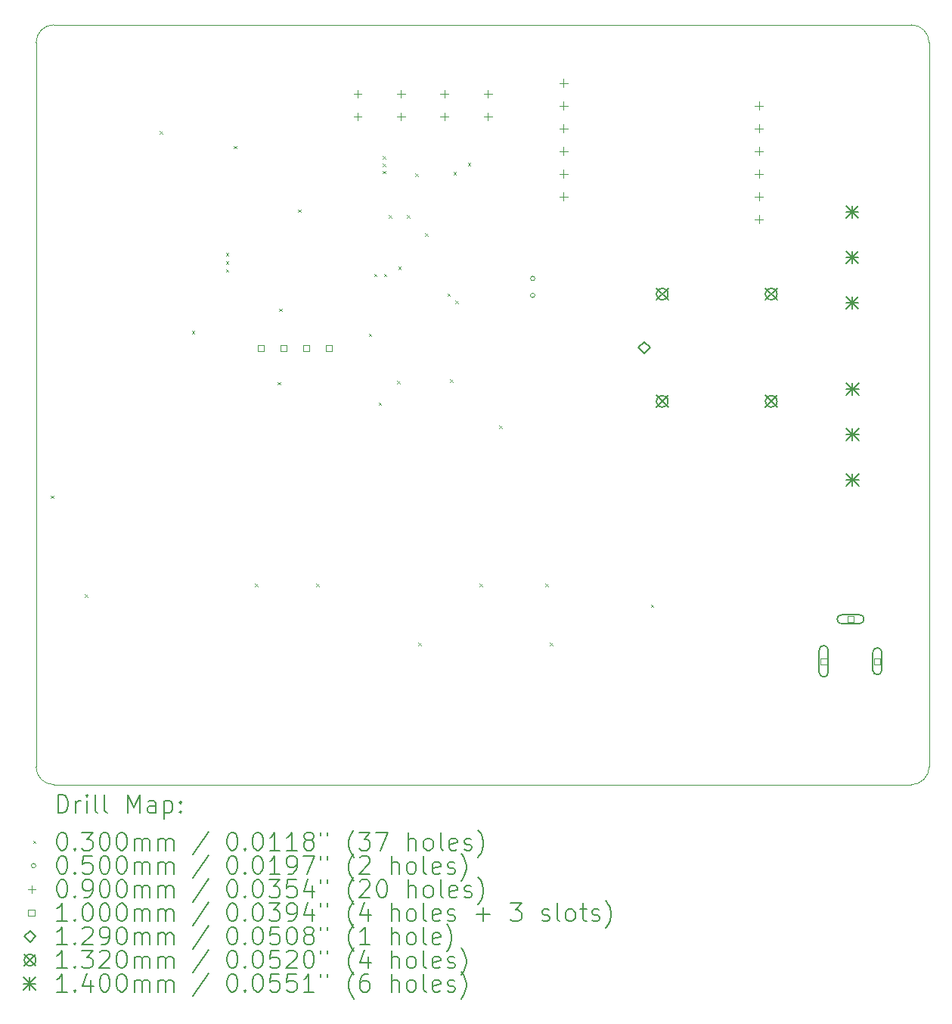
<source format=gbr>
%TF.GenerationSoftware,KiCad,Pcbnew,7.0.1*%
%TF.CreationDate,2023-05-03T11:58:28+03:00*%
%TF.ProjectId,damlama,64616d6c-616d-4612-9e6b-696361645f70,rev?*%
%TF.SameCoordinates,Original*%
%TF.FileFunction,Drillmap*%
%TF.FilePolarity,Positive*%
%FSLAX45Y45*%
G04 Gerber Fmt 4.5, Leading zero omitted, Abs format (unit mm)*
G04 Created by KiCad (PCBNEW 7.0.1) date 2023-05-03 11:58:28*
%MOMM*%
%LPD*%
G01*
G04 APERTURE LIST*
%ADD10C,0.050000*%
%ADD11C,0.200000*%
%ADD12C,0.030000*%
%ADD13C,0.090000*%
%ADD14C,0.100000*%
%ADD15C,0.129000*%
%ADD16C,0.132000*%
%ADD17C,0.140000*%
G04 APERTURE END LIST*
D10*
X17800000Y-14000000D02*
X8200000Y-14000000D01*
X17800000Y-14000000D02*
G75*
G03*
X18000000Y-13800000I0J200000D01*
G01*
X8000000Y-13800000D02*
X8000000Y-5700000D01*
X8200000Y-5500000D02*
G75*
G03*
X8000000Y-5700000I0J-200000D01*
G01*
X8200000Y-5500000D02*
X17800000Y-5500000D01*
X18000000Y-5700000D02*
X18000000Y-13800000D01*
X18000000Y-5700000D02*
G75*
G03*
X17800000Y-5500000I-200000J0D01*
G01*
X8000000Y-13800000D02*
G75*
G03*
X8200000Y-14000000I200000J0D01*
G01*
D11*
D12*
X8165000Y-10765000D02*
X8195000Y-10795000D01*
X8195000Y-10765000D02*
X8165000Y-10795000D01*
X8544800Y-11872200D02*
X8574800Y-11902200D01*
X8574800Y-11872200D02*
X8544800Y-11902200D01*
X9383000Y-6690600D02*
X9413000Y-6720600D01*
X9413000Y-6690600D02*
X9383000Y-6720600D01*
X9745000Y-8925000D02*
X9775000Y-8955000D01*
X9775000Y-8925000D02*
X9745000Y-8955000D01*
X10124920Y-8143393D02*
X10154920Y-8173393D01*
X10154920Y-8143393D02*
X10124920Y-8173393D01*
X10125000Y-8235000D02*
X10155000Y-8265000D01*
X10155000Y-8235000D02*
X10125000Y-8265000D01*
X10126317Y-8053683D02*
X10156317Y-8083683D01*
X10156317Y-8053683D02*
X10126317Y-8083683D01*
X10215000Y-6855600D02*
X10245000Y-6885600D01*
X10245000Y-6855600D02*
X10215000Y-6885600D01*
X10449800Y-11752550D02*
X10479800Y-11782550D01*
X10479800Y-11752550D02*
X10449800Y-11782550D01*
X10705000Y-9495000D02*
X10735000Y-9525000D01*
X10735000Y-9495000D02*
X10705000Y-9525000D01*
X10725000Y-8675000D02*
X10755000Y-8705000D01*
X10755000Y-8675000D02*
X10725000Y-8705000D01*
X10935000Y-7565000D02*
X10965000Y-7595000D01*
X10965000Y-7565000D02*
X10935000Y-7595000D01*
X11135600Y-11752550D02*
X11165600Y-11782550D01*
X11165600Y-11752550D02*
X11135600Y-11782550D01*
X11725000Y-8955000D02*
X11755000Y-8985000D01*
X11755000Y-8955000D02*
X11725000Y-8985000D01*
X11785000Y-8285000D02*
X11815000Y-8315000D01*
X11815000Y-8285000D02*
X11785000Y-8315000D01*
X11835000Y-9725000D02*
X11865000Y-9755000D01*
X11865000Y-9725000D02*
X11835000Y-9755000D01*
X11881938Y-6968161D02*
X11911938Y-6998161D01*
X11911938Y-6968161D02*
X11881938Y-6998161D01*
X11881938Y-7055050D02*
X11911938Y-7085050D01*
X11911938Y-7055050D02*
X11881938Y-7085050D01*
X11881938Y-7135000D02*
X11911938Y-7165000D01*
X11911938Y-7135000D02*
X11881938Y-7165000D01*
X11895000Y-8285000D02*
X11925000Y-8315000D01*
X11925000Y-8285000D02*
X11895000Y-8315000D01*
X11948400Y-7630400D02*
X11978400Y-7660400D01*
X11978400Y-7630400D02*
X11948400Y-7660400D01*
X12045000Y-9485000D02*
X12075000Y-9515000D01*
X12075000Y-9485000D02*
X12045000Y-9515000D01*
X12055000Y-8205000D02*
X12085000Y-8235000D01*
X12085000Y-8205000D02*
X12055000Y-8235000D01*
X12151600Y-7630400D02*
X12181600Y-7660400D01*
X12181600Y-7630400D02*
X12151600Y-7660400D01*
X12245000Y-7165000D02*
X12275000Y-7195000D01*
X12275000Y-7165000D02*
X12245000Y-7195000D01*
X12278600Y-12412950D02*
X12308600Y-12442950D01*
X12308600Y-12412950D02*
X12278600Y-12442950D01*
X12354800Y-7833600D02*
X12384800Y-7863600D01*
X12384800Y-7833600D02*
X12354800Y-7863600D01*
X12605000Y-8506950D02*
X12635000Y-8536950D01*
X12635000Y-8506950D02*
X12605000Y-8536950D01*
X12635000Y-9465000D02*
X12665000Y-9495000D01*
X12665000Y-9465000D02*
X12635000Y-9495000D01*
X12675000Y-7145000D02*
X12705000Y-7175000D01*
X12705000Y-7145000D02*
X12675000Y-7175000D01*
X12695000Y-8585000D02*
X12725000Y-8615000D01*
X12725000Y-8585000D02*
X12695000Y-8615000D01*
X12835000Y-7045000D02*
X12865000Y-7075000D01*
X12865000Y-7045000D02*
X12835000Y-7075000D01*
X12964400Y-11752550D02*
X12994400Y-11782550D01*
X12994400Y-11752550D02*
X12964400Y-11782550D01*
X13185000Y-9985000D02*
X13215000Y-10015000D01*
X13215000Y-9985000D02*
X13185000Y-10015000D01*
X13701000Y-11752550D02*
X13731000Y-11782550D01*
X13731000Y-11752550D02*
X13701000Y-11782550D01*
X13751800Y-12412950D02*
X13781800Y-12442950D01*
X13781800Y-12412950D02*
X13751800Y-12442950D01*
X14885000Y-11985000D02*
X14915000Y-12015000D01*
X14915000Y-11985000D02*
X14885000Y-12015000D01*
D10*
X13586000Y-8337400D02*
G75*
G03*
X13586000Y-8337400I-25000J0D01*
G01*
X13586000Y-8527400D02*
G75*
G03*
X13586000Y-8527400I-25000J0D01*
G01*
D13*
X11600000Y-6227500D02*
X11600000Y-6317500D01*
X11555000Y-6272500D02*
X11645000Y-6272500D01*
X11600000Y-6481500D02*
X11600000Y-6571500D01*
X11555000Y-6526500D02*
X11645000Y-6526500D01*
X12086667Y-6227500D02*
X12086667Y-6317500D01*
X12041667Y-6272500D02*
X12131667Y-6272500D01*
X12086667Y-6481500D02*
X12086667Y-6571500D01*
X12041667Y-6526500D02*
X12131667Y-6526500D01*
X12573333Y-6227500D02*
X12573333Y-6317500D01*
X12528333Y-6272500D02*
X12618333Y-6272500D01*
X12573333Y-6481500D02*
X12573333Y-6571500D01*
X12528333Y-6526500D02*
X12618333Y-6526500D01*
X13060000Y-6227500D02*
X13060000Y-6317500D01*
X13015000Y-6272500D02*
X13105000Y-6272500D01*
X13060000Y-6481500D02*
X13060000Y-6571500D01*
X13015000Y-6526500D02*
X13105000Y-6526500D01*
X13906000Y-6105000D02*
X13906000Y-6195000D01*
X13861000Y-6150000D02*
X13951000Y-6150000D01*
X13906000Y-6359000D02*
X13906000Y-6449000D01*
X13861000Y-6404000D02*
X13951000Y-6404000D01*
X13906000Y-6613000D02*
X13906000Y-6703000D01*
X13861000Y-6658000D02*
X13951000Y-6658000D01*
X13906000Y-6867000D02*
X13906000Y-6957000D01*
X13861000Y-6912000D02*
X13951000Y-6912000D01*
X13906000Y-7121000D02*
X13906000Y-7211000D01*
X13861000Y-7166000D02*
X13951000Y-7166000D01*
X13906000Y-7375000D02*
X13906000Y-7465000D01*
X13861000Y-7420000D02*
X13951000Y-7420000D01*
X16093000Y-6359000D02*
X16093000Y-6449000D01*
X16048000Y-6404000D02*
X16138000Y-6404000D01*
X16093000Y-6613000D02*
X16093000Y-6703000D01*
X16048000Y-6658000D02*
X16138000Y-6658000D01*
X16093000Y-6867000D02*
X16093000Y-6957000D01*
X16048000Y-6912000D02*
X16138000Y-6912000D01*
X16093000Y-7121000D02*
X16093000Y-7211000D01*
X16048000Y-7166000D02*
X16138000Y-7166000D01*
X16093000Y-7375000D02*
X16093000Y-7465000D01*
X16048000Y-7420000D02*
X16138000Y-7420000D01*
X16093000Y-7629000D02*
X16093000Y-7719000D01*
X16048000Y-7674000D02*
X16138000Y-7674000D01*
D14*
X10550956Y-9153956D02*
X10550956Y-9083244D01*
X10480244Y-9083244D01*
X10480244Y-9153956D01*
X10550956Y-9153956D01*
X10804956Y-9153956D02*
X10804956Y-9083244D01*
X10734244Y-9083244D01*
X10734244Y-9153956D01*
X10804956Y-9153956D01*
X11058956Y-9153956D02*
X11058956Y-9083244D01*
X10988244Y-9083244D01*
X10988244Y-9153956D01*
X11058956Y-9153956D01*
X11312956Y-9153956D02*
X11312956Y-9083244D01*
X11242244Y-9083244D01*
X11242244Y-9153956D01*
X11312956Y-9153956D01*
X16855356Y-12655356D02*
X16855356Y-12584644D01*
X16784644Y-12584644D01*
X16784644Y-12655356D01*
X16855356Y-12655356D01*
D11*
X16770000Y-12495000D02*
X16770000Y-12745000D01*
X16770000Y-12745000D02*
G75*
G03*
X16870000Y-12745000I50000J0D01*
G01*
X16870000Y-12745000D02*
X16870000Y-12495000D01*
X16870000Y-12495000D02*
G75*
G03*
X16770000Y-12495000I-50000J0D01*
G01*
D14*
X17155356Y-12185356D02*
X17155356Y-12114644D01*
X17084644Y-12114644D01*
X17084644Y-12185356D01*
X17155356Y-12185356D01*
D11*
X17020000Y-12200000D02*
X17220000Y-12200000D01*
X17220000Y-12200000D02*
G75*
G03*
X17220000Y-12100000I0J50000D01*
G01*
X17220000Y-12100000D02*
X17020000Y-12100000D01*
X17020000Y-12100000D02*
G75*
G03*
X17020000Y-12200000I0J-50000D01*
G01*
D14*
X17455356Y-12655356D02*
X17455356Y-12584644D01*
X17384644Y-12584644D01*
X17384644Y-12655356D01*
X17455356Y-12655356D01*
D11*
X17370000Y-12520000D02*
X17370000Y-12720000D01*
X17370000Y-12720000D02*
G75*
G03*
X17470000Y-12720000I50000J0D01*
G01*
X17470000Y-12720000D02*
X17470000Y-12520000D01*
X17470000Y-12520000D02*
G75*
G03*
X17370000Y-12520000I-50000J0D01*
G01*
D15*
X14811000Y-9176750D02*
X14875500Y-9112250D01*
X14811000Y-9047750D01*
X14746500Y-9112250D01*
X14811000Y-9176750D01*
D16*
X14945000Y-8446250D02*
X15077000Y-8578250D01*
X15077000Y-8446250D02*
X14945000Y-8578250D01*
X15077000Y-8512250D02*
G75*
G03*
X15077000Y-8512250I-66000J0D01*
G01*
X14945000Y-9646250D02*
X15077000Y-9778250D01*
X15077000Y-9646250D02*
X14945000Y-9778250D01*
X15077000Y-9712250D02*
G75*
G03*
X15077000Y-9712250I-66000J0D01*
G01*
X16165000Y-8446250D02*
X16297000Y-8578250D01*
X16297000Y-8446250D02*
X16165000Y-8578250D01*
X16297000Y-8512250D02*
G75*
G03*
X16297000Y-8512250I-66000J0D01*
G01*
X16165000Y-9646250D02*
X16297000Y-9778250D01*
X16297000Y-9646250D02*
X16165000Y-9778250D01*
X16297000Y-9712250D02*
G75*
G03*
X16297000Y-9712250I-66000J0D01*
G01*
D17*
X17070000Y-7524000D02*
X17210000Y-7664000D01*
X17210000Y-7524000D02*
X17070000Y-7664000D01*
X17140000Y-7524000D02*
X17140000Y-7664000D01*
X17070000Y-7594000D02*
X17210000Y-7594000D01*
X17070000Y-8032000D02*
X17210000Y-8172000D01*
X17210000Y-8032000D02*
X17070000Y-8172000D01*
X17140000Y-8032000D02*
X17140000Y-8172000D01*
X17070000Y-8102000D02*
X17210000Y-8102000D01*
X17070000Y-8540000D02*
X17210000Y-8680000D01*
X17210000Y-8540000D02*
X17070000Y-8680000D01*
X17140000Y-8540000D02*
X17140000Y-8680000D01*
X17070000Y-8610000D02*
X17210000Y-8610000D01*
X17072250Y-9504000D02*
X17212250Y-9644000D01*
X17212250Y-9504000D02*
X17072250Y-9644000D01*
X17142250Y-9504000D02*
X17142250Y-9644000D01*
X17072250Y-9574000D02*
X17212250Y-9574000D01*
X17072250Y-10012000D02*
X17212250Y-10152000D01*
X17212250Y-10012000D02*
X17072250Y-10152000D01*
X17142250Y-10012000D02*
X17142250Y-10152000D01*
X17072250Y-10082000D02*
X17212250Y-10082000D01*
X17072250Y-10520000D02*
X17212250Y-10660000D01*
X17212250Y-10520000D02*
X17072250Y-10660000D01*
X17142250Y-10520000D02*
X17142250Y-10660000D01*
X17072250Y-10590000D02*
X17212250Y-10590000D01*
D11*
X8245119Y-14315024D02*
X8245119Y-14115024D01*
X8245119Y-14115024D02*
X8292738Y-14115024D01*
X8292738Y-14115024D02*
X8321309Y-14124548D01*
X8321309Y-14124548D02*
X8340357Y-14143595D01*
X8340357Y-14143595D02*
X8349881Y-14162643D01*
X8349881Y-14162643D02*
X8359405Y-14200738D01*
X8359405Y-14200738D02*
X8359405Y-14229309D01*
X8359405Y-14229309D02*
X8349881Y-14267405D01*
X8349881Y-14267405D02*
X8340357Y-14286452D01*
X8340357Y-14286452D02*
X8321309Y-14305500D01*
X8321309Y-14305500D02*
X8292738Y-14315024D01*
X8292738Y-14315024D02*
X8245119Y-14315024D01*
X8445119Y-14315024D02*
X8445119Y-14181690D01*
X8445119Y-14219786D02*
X8454643Y-14200738D01*
X8454643Y-14200738D02*
X8464167Y-14191214D01*
X8464167Y-14191214D02*
X8483214Y-14181690D01*
X8483214Y-14181690D02*
X8502262Y-14181690D01*
X8568929Y-14315024D02*
X8568929Y-14181690D01*
X8568929Y-14115024D02*
X8559405Y-14124548D01*
X8559405Y-14124548D02*
X8568929Y-14134071D01*
X8568929Y-14134071D02*
X8578452Y-14124548D01*
X8578452Y-14124548D02*
X8568929Y-14115024D01*
X8568929Y-14115024D02*
X8568929Y-14134071D01*
X8692738Y-14315024D02*
X8673690Y-14305500D01*
X8673690Y-14305500D02*
X8664167Y-14286452D01*
X8664167Y-14286452D02*
X8664167Y-14115024D01*
X8797500Y-14315024D02*
X8778452Y-14305500D01*
X8778452Y-14305500D02*
X8768929Y-14286452D01*
X8768929Y-14286452D02*
X8768929Y-14115024D01*
X9026071Y-14315024D02*
X9026071Y-14115024D01*
X9026071Y-14115024D02*
X9092738Y-14257881D01*
X9092738Y-14257881D02*
X9159405Y-14115024D01*
X9159405Y-14115024D02*
X9159405Y-14315024D01*
X9340357Y-14315024D02*
X9340357Y-14210262D01*
X9340357Y-14210262D02*
X9330833Y-14191214D01*
X9330833Y-14191214D02*
X9311786Y-14181690D01*
X9311786Y-14181690D02*
X9273690Y-14181690D01*
X9273690Y-14181690D02*
X9254643Y-14191214D01*
X9340357Y-14305500D02*
X9321310Y-14315024D01*
X9321310Y-14315024D02*
X9273690Y-14315024D01*
X9273690Y-14315024D02*
X9254643Y-14305500D01*
X9254643Y-14305500D02*
X9245119Y-14286452D01*
X9245119Y-14286452D02*
X9245119Y-14267405D01*
X9245119Y-14267405D02*
X9254643Y-14248357D01*
X9254643Y-14248357D02*
X9273690Y-14238833D01*
X9273690Y-14238833D02*
X9321310Y-14238833D01*
X9321310Y-14238833D02*
X9340357Y-14229309D01*
X9435595Y-14181690D02*
X9435595Y-14381690D01*
X9435595Y-14191214D02*
X9454643Y-14181690D01*
X9454643Y-14181690D02*
X9492738Y-14181690D01*
X9492738Y-14181690D02*
X9511786Y-14191214D01*
X9511786Y-14191214D02*
X9521310Y-14200738D01*
X9521310Y-14200738D02*
X9530833Y-14219786D01*
X9530833Y-14219786D02*
X9530833Y-14276928D01*
X9530833Y-14276928D02*
X9521310Y-14295976D01*
X9521310Y-14295976D02*
X9511786Y-14305500D01*
X9511786Y-14305500D02*
X9492738Y-14315024D01*
X9492738Y-14315024D02*
X9454643Y-14315024D01*
X9454643Y-14315024D02*
X9435595Y-14305500D01*
X9616548Y-14295976D02*
X9626071Y-14305500D01*
X9626071Y-14305500D02*
X9616548Y-14315024D01*
X9616548Y-14315024D02*
X9607024Y-14305500D01*
X9607024Y-14305500D02*
X9616548Y-14295976D01*
X9616548Y-14295976D02*
X9616548Y-14315024D01*
X9616548Y-14191214D02*
X9626071Y-14200738D01*
X9626071Y-14200738D02*
X9616548Y-14210262D01*
X9616548Y-14210262D02*
X9607024Y-14200738D01*
X9607024Y-14200738D02*
X9616548Y-14191214D01*
X9616548Y-14191214D02*
X9616548Y-14210262D01*
D12*
X7967500Y-14627500D02*
X7997500Y-14657500D01*
X7997500Y-14627500D02*
X7967500Y-14657500D01*
D11*
X8283214Y-14535024D02*
X8302262Y-14535024D01*
X8302262Y-14535024D02*
X8321309Y-14544548D01*
X8321309Y-14544548D02*
X8330833Y-14554071D01*
X8330833Y-14554071D02*
X8340357Y-14573119D01*
X8340357Y-14573119D02*
X8349881Y-14611214D01*
X8349881Y-14611214D02*
X8349881Y-14658833D01*
X8349881Y-14658833D02*
X8340357Y-14696928D01*
X8340357Y-14696928D02*
X8330833Y-14715976D01*
X8330833Y-14715976D02*
X8321309Y-14725500D01*
X8321309Y-14725500D02*
X8302262Y-14735024D01*
X8302262Y-14735024D02*
X8283214Y-14735024D01*
X8283214Y-14735024D02*
X8264167Y-14725500D01*
X8264167Y-14725500D02*
X8254643Y-14715976D01*
X8254643Y-14715976D02*
X8245119Y-14696928D01*
X8245119Y-14696928D02*
X8235595Y-14658833D01*
X8235595Y-14658833D02*
X8235595Y-14611214D01*
X8235595Y-14611214D02*
X8245119Y-14573119D01*
X8245119Y-14573119D02*
X8254643Y-14554071D01*
X8254643Y-14554071D02*
X8264167Y-14544548D01*
X8264167Y-14544548D02*
X8283214Y-14535024D01*
X8435595Y-14715976D02*
X8445119Y-14725500D01*
X8445119Y-14725500D02*
X8435595Y-14735024D01*
X8435595Y-14735024D02*
X8426071Y-14725500D01*
X8426071Y-14725500D02*
X8435595Y-14715976D01*
X8435595Y-14715976D02*
X8435595Y-14735024D01*
X8511786Y-14535024D02*
X8635595Y-14535024D01*
X8635595Y-14535024D02*
X8568929Y-14611214D01*
X8568929Y-14611214D02*
X8597500Y-14611214D01*
X8597500Y-14611214D02*
X8616548Y-14620738D01*
X8616548Y-14620738D02*
X8626071Y-14630262D01*
X8626071Y-14630262D02*
X8635595Y-14649309D01*
X8635595Y-14649309D02*
X8635595Y-14696928D01*
X8635595Y-14696928D02*
X8626071Y-14715976D01*
X8626071Y-14715976D02*
X8616548Y-14725500D01*
X8616548Y-14725500D02*
X8597500Y-14735024D01*
X8597500Y-14735024D02*
X8540357Y-14735024D01*
X8540357Y-14735024D02*
X8521310Y-14725500D01*
X8521310Y-14725500D02*
X8511786Y-14715976D01*
X8759405Y-14535024D02*
X8778452Y-14535024D01*
X8778452Y-14535024D02*
X8797500Y-14544548D01*
X8797500Y-14544548D02*
X8807024Y-14554071D01*
X8807024Y-14554071D02*
X8816548Y-14573119D01*
X8816548Y-14573119D02*
X8826071Y-14611214D01*
X8826071Y-14611214D02*
X8826071Y-14658833D01*
X8826071Y-14658833D02*
X8816548Y-14696928D01*
X8816548Y-14696928D02*
X8807024Y-14715976D01*
X8807024Y-14715976D02*
X8797500Y-14725500D01*
X8797500Y-14725500D02*
X8778452Y-14735024D01*
X8778452Y-14735024D02*
X8759405Y-14735024D01*
X8759405Y-14735024D02*
X8740357Y-14725500D01*
X8740357Y-14725500D02*
X8730833Y-14715976D01*
X8730833Y-14715976D02*
X8721310Y-14696928D01*
X8721310Y-14696928D02*
X8711786Y-14658833D01*
X8711786Y-14658833D02*
X8711786Y-14611214D01*
X8711786Y-14611214D02*
X8721310Y-14573119D01*
X8721310Y-14573119D02*
X8730833Y-14554071D01*
X8730833Y-14554071D02*
X8740357Y-14544548D01*
X8740357Y-14544548D02*
X8759405Y-14535024D01*
X8949881Y-14535024D02*
X8968929Y-14535024D01*
X8968929Y-14535024D02*
X8987976Y-14544548D01*
X8987976Y-14544548D02*
X8997500Y-14554071D01*
X8997500Y-14554071D02*
X9007024Y-14573119D01*
X9007024Y-14573119D02*
X9016548Y-14611214D01*
X9016548Y-14611214D02*
X9016548Y-14658833D01*
X9016548Y-14658833D02*
X9007024Y-14696928D01*
X9007024Y-14696928D02*
X8997500Y-14715976D01*
X8997500Y-14715976D02*
X8987976Y-14725500D01*
X8987976Y-14725500D02*
X8968929Y-14735024D01*
X8968929Y-14735024D02*
X8949881Y-14735024D01*
X8949881Y-14735024D02*
X8930833Y-14725500D01*
X8930833Y-14725500D02*
X8921310Y-14715976D01*
X8921310Y-14715976D02*
X8911786Y-14696928D01*
X8911786Y-14696928D02*
X8902262Y-14658833D01*
X8902262Y-14658833D02*
X8902262Y-14611214D01*
X8902262Y-14611214D02*
X8911786Y-14573119D01*
X8911786Y-14573119D02*
X8921310Y-14554071D01*
X8921310Y-14554071D02*
X8930833Y-14544548D01*
X8930833Y-14544548D02*
X8949881Y-14535024D01*
X9102262Y-14735024D02*
X9102262Y-14601690D01*
X9102262Y-14620738D02*
X9111786Y-14611214D01*
X9111786Y-14611214D02*
X9130833Y-14601690D01*
X9130833Y-14601690D02*
X9159405Y-14601690D01*
X9159405Y-14601690D02*
X9178452Y-14611214D01*
X9178452Y-14611214D02*
X9187976Y-14630262D01*
X9187976Y-14630262D02*
X9187976Y-14735024D01*
X9187976Y-14630262D02*
X9197500Y-14611214D01*
X9197500Y-14611214D02*
X9216548Y-14601690D01*
X9216548Y-14601690D02*
X9245119Y-14601690D01*
X9245119Y-14601690D02*
X9264167Y-14611214D01*
X9264167Y-14611214D02*
X9273691Y-14630262D01*
X9273691Y-14630262D02*
X9273691Y-14735024D01*
X9368929Y-14735024D02*
X9368929Y-14601690D01*
X9368929Y-14620738D02*
X9378452Y-14611214D01*
X9378452Y-14611214D02*
X9397500Y-14601690D01*
X9397500Y-14601690D02*
X9426072Y-14601690D01*
X9426072Y-14601690D02*
X9445119Y-14611214D01*
X9445119Y-14611214D02*
X9454643Y-14630262D01*
X9454643Y-14630262D02*
X9454643Y-14735024D01*
X9454643Y-14630262D02*
X9464167Y-14611214D01*
X9464167Y-14611214D02*
X9483214Y-14601690D01*
X9483214Y-14601690D02*
X9511786Y-14601690D01*
X9511786Y-14601690D02*
X9530833Y-14611214D01*
X9530833Y-14611214D02*
X9540357Y-14630262D01*
X9540357Y-14630262D02*
X9540357Y-14735024D01*
X9930833Y-14525500D02*
X9759405Y-14782643D01*
X10187976Y-14535024D02*
X10207024Y-14535024D01*
X10207024Y-14535024D02*
X10226072Y-14544548D01*
X10226072Y-14544548D02*
X10235595Y-14554071D01*
X10235595Y-14554071D02*
X10245119Y-14573119D01*
X10245119Y-14573119D02*
X10254643Y-14611214D01*
X10254643Y-14611214D02*
X10254643Y-14658833D01*
X10254643Y-14658833D02*
X10245119Y-14696928D01*
X10245119Y-14696928D02*
X10235595Y-14715976D01*
X10235595Y-14715976D02*
X10226072Y-14725500D01*
X10226072Y-14725500D02*
X10207024Y-14735024D01*
X10207024Y-14735024D02*
X10187976Y-14735024D01*
X10187976Y-14735024D02*
X10168929Y-14725500D01*
X10168929Y-14725500D02*
X10159405Y-14715976D01*
X10159405Y-14715976D02*
X10149881Y-14696928D01*
X10149881Y-14696928D02*
X10140357Y-14658833D01*
X10140357Y-14658833D02*
X10140357Y-14611214D01*
X10140357Y-14611214D02*
X10149881Y-14573119D01*
X10149881Y-14573119D02*
X10159405Y-14554071D01*
X10159405Y-14554071D02*
X10168929Y-14544548D01*
X10168929Y-14544548D02*
X10187976Y-14535024D01*
X10340357Y-14715976D02*
X10349881Y-14725500D01*
X10349881Y-14725500D02*
X10340357Y-14735024D01*
X10340357Y-14735024D02*
X10330834Y-14725500D01*
X10330834Y-14725500D02*
X10340357Y-14715976D01*
X10340357Y-14715976D02*
X10340357Y-14735024D01*
X10473691Y-14535024D02*
X10492738Y-14535024D01*
X10492738Y-14535024D02*
X10511786Y-14544548D01*
X10511786Y-14544548D02*
X10521310Y-14554071D01*
X10521310Y-14554071D02*
X10530834Y-14573119D01*
X10530834Y-14573119D02*
X10540357Y-14611214D01*
X10540357Y-14611214D02*
X10540357Y-14658833D01*
X10540357Y-14658833D02*
X10530834Y-14696928D01*
X10530834Y-14696928D02*
X10521310Y-14715976D01*
X10521310Y-14715976D02*
X10511786Y-14725500D01*
X10511786Y-14725500D02*
X10492738Y-14735024D01*
X10492738Y-14735024D02*
X10473691Y-14735024D01*
X10473691Y-14735024D02*
X10454643Y-14725500D01*
X10454643Y-14725500D02*
X10445119Y-14715976D01*
X10445119Y-14715976D02*
X10435595Y-14696928D01*
X10435595Y-14696928D02*
X10426072Y-14658833D01*
X10426072Y-14658833D02*
X10426072Y-14611214D01*
X10426072Y-14611214D02*
X10435595Y-14573119D01*
X10435595Y-14573119D02*
X10445119Y-14554071D01*
X10445119Y-14554071D02*
X10454643Y-14544548D01*
X10454643Y-14544548D02*
X10473691Y-14535024D01*
X10730834Y-14735024D02*
X10616548Y-14735024D01*
X10673691Y-14735024D02*
X10673691Y-14535024D01*
X10673691Y-14535024D02*
X10654643Y-14563595D01*
X10654643Y-14563595D02*
X10635595Y-14582643D01*
X10635595Y-14582643D02*
X10616548Y-14592167D01*
X10921310Y-14735024D02*
X10807024Y-14735024D01*
X10864167Y-14735024D02*
X10864167Y-14535024D01*
X10864167Y-14535024D02*
X10845119Y-14563595D01*
X10845119Y-14563595D02*
X10826072Y-14582643D01*
X10826072Y-14582643D02*
X10807024Y-14592167D01*
X11035595Y-14620738D02*
X11016548Y-14611214D01*
X11016548Y-14611214D02*
X11007024Y-14601690D01*
X11007024Y-14601690D02*
X10997500Y-14582643D01*
X10997500Y-14582643D02*
X10997500Y-14573119D01*
X10997500Y-14573119D02*
X11007024Y-14554071D01*
X11007024Y-14554071D02*
X11016548Y-14544548D01*
X11016548Y-14544548D02*
X11035595Y-14535024D01*
X11035595Y-14535024D02*
X11073691Y-14535024D01*
X11073691Y-14535024D02*
X11092738Y-14544548D01*
X11092738Y-14544548D02*
X11102262Y-14554071D01*
X11102262Y-14554071D02*
X11111786Y-14573119D01*
X11111786Y-14573119D02*
X11111786Y-14582643D01*
X11111786Y-14582643D02*
X11102262Y-14601690D01*
X11102262Y-14601690D02*
X11092738Y-14611214D01*
X11092738Y-14611214D02*
X11073691Y-14620738D01*
X11073691Y-14620738D02*
X11035595Y-14620738D01*
X11035595Y-14620738D02*
X11016548Y-14630262D01*
X11016548Y-14630262D02*
X11007024Y-14639786D01*
X11007024Y-14639786D02*
X10997500Y-14658833D01*
X10997500Y-14658833D02*
X10997500Y-14696928D01*
X10997500Y-14696928D02*
X11007024Y-14715976D01*
X11007024Y-14715976D02*
X11016548Y-14725500D01*
X11016548Y-14725500D02*
X11035595Y-14735024D01*
X11035595Y-14735024D02*
X11073691Y-14735024D01*
X11073691Y-14735024D02*
X11092738Y-14725500D01*
X11092738Y-14725500D02*
X11102262Y-14715976D01*
X11102262Y-14715976D02*
X11111786Y-14696928D01*
X11111786Y-14696928D02*
X11111786Y-14658833D01*
X11111786Y-14658833D02*
X11102262Y-14639786D01*
X11102262Y-14639786D02*
X11092738Y-14630262D01*
X11092738Y-14630262D02*
X11073691Y-14620738D01*
X11187976Y-14535024D02*
X11187976Y-14573119D01*
X11264167Y-14535024D02*
X11264167Y-14573119D01*
X11559405Y-14811214D02*
X11549881Y-14801690D01*
X11549881Y-14801690D02*
X11530834Y-14773119D01*
X11530834Y-14773119D02*
X11521310Y-14754071D01*
X11521310Y-14754071D02*
X11511786Y-14725500D01*
X11511786Y-14725500D02*
X11502262Y-14677881D01*
X11502262Y-14677881D02*
X11502262Y-14639786D01*
X11502262Y-14639786D02*
X11511786Y-14592167D01*
X11511786Y-14592167D02*
X11521310Y-14563595D01*
X11521310Y-14563595D02*
X11530834Y-14544548D01*
X11530834Y-14544548D02*
X11549881Y-14515976D01*
X11549881Y-14515976D02*
X11559405Y-14506452D01*
X11616548Y-14535024D02*
X11740357Y-14535024D01*
X11740357Y-14535024D02*
X11673691Y-14611214D01*
X11673691Y-14611214D02*
X11702262Y-14611214D01*
X11702262Y-14611214D02*
X11721310Y-14620738D01*
X11721310Y-14620738D02*
X11730834Y-14630262D01*
X11730834Y-14630262D02*
X11740357Y-14649309D01*
X11740357Y-14649309D02*
X11740357Y-14696928D01*
X11740357Y-14696928D02*
X11730834Y-14715976D01*
X11730834Y-14715976D02*
X11721310Y-14725500D01*
X11721310Y-14725500D02*
X11702262Y-14735024D01*
X11702262Y-14735024D02*
X11645119Y-14735024D01*
X11645119Y-14735024D02*
X11626072Y-14725500D01*
X11626072Y-14725500D02*
X11616548Y-14715976D01*
X11807024Y-14535024D02*
X11940357Y-14535024D01*
X11940357Y-14535024D02*
X11854643Y-14735024D01*
X12168929Y-14735024D02*
X12168929Y-14535024D01*
X12254643Y-14735024D02*
X12254643Y-14630262D01*
X12254643Y-14630262D02*
X12245119Y-14611214D01*
X12245119Y-14611214D02*
X12226072Y-14601690D01*
X12226072Y-14601690D02*
X12197500Y-14601690D01*
X12197500Y-14601690D02*
X12178453Y-14611214D01*
X12178453Y-14611214D02*
X12168929Y-14620738D01*
X12378453Y-14735024D02*
X12359405Y-14725500D01*
X12359405Y-14725500D02*
X12349881Y-14715976D01*
X12349881Y-14715976D02*
X12340357Y-14696928D01*
X12340357Y-14696928D02*
X12340357Y-14639786D01*
X12340357Y-14639786D02*
X12349881Y-14620738D01*
X12349881Y-14620738D02*
X12359405Y-14611214D01*
X12359405Y-14611214D02*
X12378453Y-14601690D01*
X12378453Y-14601690D02*
X12407024Y-14601690D01*
X12407024Y-14601690D02*
X12426072Y-14611214D01*
X12426072Y-14611214D02*
X12435596Y-14620738D01*
X12435596Y-14620738D02*
X12445119Y-14639786D01*
X12445119Y-14639786D02*
X12445119Y-14696928D01*
X12445119Y-14696928D02*
X12435596Y-14715976D01*
X12435596Y-14715976D02*
X12426072Y-14725500D01*
X12426072Y-14725500D02*
X12407024Y-14735024D01*
X12407024Y-14735024D02*
X12378453Y-14735024D01*
X12559405Y-14735024D02*
X12540357Y-14725500D01*
X12540357Y-14725500D02*
X12530834Y-14706452D01*
X12530834Y-14706452D02*
X12530834Y-14535024D01*
X12711786Y-14725500D02*
X12692738Y-14735024D01*
X12692738Y-14735024D02*
X12654643Y-14735024D01*
X12654643Y-14735024D02*
X12635596Y-14725500D01*
X12635596Y-14725500D02*
X12626072Y-14706452D01*
X12626072Y-14706452D02*
X12626072Y-14630262D01*
X12626072Y-14630262D02*
X12635596Y-14611214D01*
X12635596Y-14611214D02*
X12654643Y-14601690D01*
X12654643Y-14601690D02*
X12692738Y-14601690D01*
X12692738Y-14601690D02*
X12711786Y-14611214D01*
X12711786Y-14611214D02*
X12721310Y-14630262D01*
X12721310Y-14630262D02*
X12721310Y-14649309D01*
X12721310Y-14649309D02*
X12626072Y-14668357D01*
X12797500Y-14725500D02*
X12816548Y-14735024D01*
X12816548Y-14735024D02*
X12854643Y-14735024D01*
X12854643Y-14735024D02*
X12873691Y-14725500D01*
X12873691Y-14725500D02*
X12883215Y-14706452D01*
X12883215Y-14706452D02*
X12883215Y-14696928D01*
X12883215Y-14696928D02*
X12873691Y-14677881D01*
X12873691Y-14677881D02*
X12854643Y-14668357D01*
X12854643Y-14668357D02*
X12826072Y-14668357D01*
X12826072Y-14668357D02*
X12807024Y-14658833D01*
X12807024Y-14658833D02*
X12797500Y-14639786D01*
X12797500Y-14639786D02*
X12797500Y-14630262D01*
X12797500Y-14630262D02*
X12807024Y-14611214D01*
X12807024Y-14611214D02*
X12826072Y-14601690D01*
X12826072Y-14601690D02*
X12854643Y-14601690D01*
X12854643Y-14601690D02*
X12873691Y-14611214D01*
X12949881Y-14811214D02*
X12959405Y-14801690D01*
X12959405Y-14801690D02*
X12978453Y-14773119D01*
X12978453Y-14773119D02*
X12987977Y-14754071D01*
X12987977Y-14754071D02*
X12997500Y-14725500D01*
X12997500Y-14725500D02*
X13007024Y-14677881D01*
X13007024Y-14677881D02*
X13007024Y-14639786D01*
X13007024Y-14639786D02*
X12997500Y-14592167D01*
X12997500Y-14592167D02*
X12987977Y-14563595D01*
X12987977Y-14563595D02*
X12978453Y-14544548D01*
X12978453Y-14544548D02*
X12959405Y-14515976D01*
X12959405Y-14515976D02*
X12949881Y-14506452D01*
D10*
X7997500Y-14906500D02*
G75*
G03*
X7997500Y-14906500I-25000J0D01*
G01*
D11*
X8283214Y-14799024D02*
X8302262Y-14799024D01*
X8302262Y-14799024D02*
X8321309Y-14808548D01*
X8321309Y-14808548D02*
X8330833Y-14818071D01*
X8330833Y-14818071D02*
X8340357Y-14837119D01*
X8340357Y-14837119D02*
X8349881Y-14875214D01*
X8349881Y-14875214D02*
X8349881Y-14922833D01*
X8349881Y-14922833D02*
X8340357Y-14960928D01*
X8340357Y-14960928D02*
X8330833Y-14979976D01*
X8330833Y-14979976D02*
X8321309Y-14989500D01*
X8321309Y-14989500D02*
X8302262Y-14999024D01*
X8302262Y-14999024D02*
X8283214Y-14999024D01*
X8283214Y-14999024D02*
X8264167Y-14989500D01*
X8264167Y-14989500D02*
X8254643Y-14979976D01*
X8254643Y-14979976D02*
X8245119Y-14960928D01*
X8245119Y-14960928D02*
X8235595Y-14922833D01*
X8235595Y-14922833D02*
X8235595Y-14875214D01*
X8235595Y-14875214D02*
X8245119Y-14837119D01*
X8245119Y-14837119D02*
X8254643Y-14818071D01*
X8254643Y-14818071D02*
X8264167Y-14808548D01*
X8264167Y-14808548D02*
X8283214Y-14799024D01*
X8435595Y-14979976D02*
X8445119Y-14989500D01*
X8445119Y-14989500D02*
X8435595Y-14999024D01*
X8435595Y-14999024D02*
X8426071Y-14989500D01*
X8426071Y-14989500D02*
X8435595Y-14979976D01*
X8435595Y-14979976D02*
X8435595Y-14999024D01*
X8626071Y-14799024D02*
X8530833Y-14799024D01*
X8530833Y-14799024D02*
X8521310Y-14894262D01*
X8521310Y-14894262D02*
X8530833Y-14884738D01*
X8530833Y-14884738D02*
X8549881Y-14875214D01*
X8549881Y-14875214D02*
X8597500Y-14875214D01*
X8597500Y-14875214D02*
X8616548Y-14884738D01*
X8616548Y-14884738D02*
X8626071Y-14894262D01*
X8626071Y-14894262D02*
X8635595Y-14913309D01*
X8635595Y-14913309D02*
X8635595Y-14960928D01*
X8635595Y-14960928D02*
X8626071Y-14979976D01*
X8626071Y-14979976D02*
X8616548Y-14989500D01*
X8616548Y-14989500D02*
X8597500Y-14999024D01*
X8597500Y-14999024D02*
X8549881Y-14999024D01*
X8549881Y-14999024D02*
X8530833Y-14989500D01*
X8530833Y-14989500D02*
X8521310Y-14979976D01*
X8759405Y-14799024D02*
X8778452Y-14799024D01*
X8778452Y-14799024D02*
X8797500Y-14808548D01*
X8797500Y-14808548D02*
X8807024Y-14818071D01*
X8807024Y-14818071D02*
X8816548Y-14837119D01*
X8816548Y-14837119D02*
X8826071Y-14875214D01*
X8826071Y-14875214D02*
X8826071Y-14922833D01*
X8826071Y-14922833D02*
X8816548Y-14960928D01*
X8816548Y-14960928D02*
X8807024Y-14979976D01*
X8807024Y-14979976D02*
X8797500Y-14989500D01*
X8797500Y-14989500D02*
X8778452Y-14999024D01*
X8778452Y-14999024D02*
X8759405Y-14999024D01*
X8759405Y-14999024D02*
X8740357Y-14989500D01*
X8740357Y-14989500D02*
X8730833Y-14979976D01*
X8730833Y-14979976D02*
X8721310Y-14960928D01*
X8721310Y-14960928D02*
X8711786Y-14922833D01*
X8711786Y-14922833D02*
X8711786Y-14875214D01*
X8711786Y-14875214D02*
X8721310Y-14837119D01*
X8721310Y-14837119D02*
X8730833Y-14818071D01*
X8730833Y-14818071D02*
X8740357Y-14808548D01*
X8740357Y-14808548D02*
X8759405Y-14799024D01*
X8949881Y-14799024D02*
X8968929Y-14799024D01*
X8968929Y-14799024D02*
X8987976Y-14808548D01*
X8987976Y-14808548D02*
X8997500Y-14818071D01*
X8997500Y-14818071D02*
X9007024Y-14837119D01*
X9007024Y-14837119D02*
X9016548Y-14875214D01*
X9016548Y-14875214D02*
X9016548Y-14922833D01*
X9016548Y-14922833D02*
X9007024Y-14960928D01*
X9007024Y-14960928D02*
X8997500Y-14979976D01*
X8997500Y-14979976D02*
X8987976Y-14989500D01*
X8987976Y-14989500D02*
X8968929Y-14999024D01*
X8968929Y-14999024D02*
X8949881Y-14999024D01*
X8949881Y-14999024D02*
X8930833Y-14989500D01*
X8930833Y-14989500D02*
X8921310Y-14979976D01*
X8921310Y-14979976D02*
X8911786Y-14960928D01*
X8911786Y-14960928D02*
X8902262Y-14922833D01*
X8902262Y-14922833D02*
X8902262Y-14875214D01*
X8902262Y-14875214D02*
X8911786Y-14837119D01*
X8911786Y-14837119D02*
X8921310Y-14818071D01*
X8921310Y-14818071D02*
X8930833Y-14808548D01*
X8930833Y-14808548D02*
X8949881Y-14799024D01*
X9102262Y-14999024D02*
X9102262Y-14865690D01*
X9102262Y-14884738D02*
X9111786Y-14875214D01*
X9111786Y-14875214D02*
X9130833Y-14865690D01*
X9130833Y-14865690D02*
X9159405Y-14865690D01*
X9159405Y-14865690D02*
X9178452Y-14875214D01*
X9178452Y-14875214D02*
X9187976Y-14894262D01*
X9187976Y-14894262D02*
X9187976Y-14999024D01*
X9187976Y-14894262D02*
X9197500Y-14875214D01*
X9197500Y-14875214D02*
X9216548Y-14865690D01*
X9216548Y-14865690D02*
X9245119Y-14865690D01*
X9245119Y-14865690D02*
X9264167Y-14875214D01*
X9264167Y-14875214D02*
X9273691Y-14894262D01*
X9273691Y-14894262D02*
X9273691Y-14999024D01*
X9368929Y-14999024D02*
X9368929Y-14865690D01*
X9368929Y-14884738D02*
X9378452Y-14875214D01*
X9378452Y-14875214D02*
X9397500Y-14865690D01*
X9397500Y-14865690D02*
X9426072Y-14865690D01*
X9426072Y-14865690D02*
X9445119Y-14875214D01*
X9445119Y-14875214D02*
X9454643Y-14894262D01*
X9454643Y-14894262D02*
X9454643Y-14999024D01*
X9454643Y-14894262D02*
X9464167Y-14875214D01*
X9464167Y-14875214D02*
X9483214Y-14865690D01*
X9483214Y-14865690D02*
X9511786Y-14865690D01*
X9511786Y-14865690D02*
X9530833Y-14875214D01*
X9530833Y-14875214D02*
X9540357Y-14894262D01*
X9540357Y-14894262D02*
X9540357Y-14999024D01*
X9930833Y-14789500D02*
X9759405Y-15046643D01*
X10187976Y-14799024D02*
X10207024Y-14799024D01*
X10207024Y-14799024D02*
X10226072Y-14808548D01*
X10226072Y-14808548D02*
X10235595Y-14818071D01*
X10235595Y-14818071D02*
X10245119Y-14837119D01*
X10245119Y-14837119D02*
X10254643Y-14875214D01*
X10254643Y-14875214D02*
X10254643Y-14922833D01*
X10254643Y-14922833D02*
X10245119Y-14960928D01*
X10245119Y-14960928D02*
X10235595Y-14979976D01*
X10235595Y-14979976D02*
X10226072Y-14989500D01*
X10226072Y-14989500D02*
X10207024Y-14999024D01*
X10207024Y-14999024D02*
X10187976Y-14999024D01*
X10187976Y-14999024D02*
X10168929Y-14989500D01*
X10168929Y-14989500D02*
X10159405Y-14979976D01*
X10159405Y-14979976D02*
X10149881Y-14960928D01*
X10149881Y-14960928D02*
X10140357Y-14922833D01*
X10140357Y-14922833D02*
X10140357Y-14875214D01*
X10140357Y-14875214D02*
X10149881Y-14837119D01*
X10149881Y-14837119D02*
X10159405Y-14818071D01*
X10159405Y-14818071D02*
X10168929Y-14808548D01*
X10168929Y-14808548D02*
X10187976Y-14799024D01*
X10340357Y-14979976D02*
X10349881Y-14989500D01*
X10349881Y-14989500D02*
X10340357Y-14999024D01*
X10340357Y-14999024D02*
X10330834Y-14989500D01*
X10330834Y-14989500D02*
X10340357Y-14979976D01*
X10340357Y-14979976D02*
X10340357Y-14999024D01*
X10473691Y-14799024D02*
X10492738Y-14799024D01*
X10492738Y-14799024D02*
X10511786Y-14808548D01*
X10511786Y-14808548D02*
X10521310Y-14818071D01*
X10521310Y-14818071D02*
X10530834Y-14837119D01*
X10530834Y-14837119D02*
X10540357Y-14875214D01*
X10540357Y-14875214D02*
X10540357Y-14922833D01*
X10540357Y-14922833D02*
X10530834Y-14960928D01*
X10530834Y-14960928D02*
X10521310Y-14979976D01*
X10521310Y-14979976D02*
X10511786Y-14989500D01*
X10511786Y-14989500D02*
X10492738Y-14999024D01*
X10492738Y-14999024D02*
X10473691Y-14999024D01*
X10473691Y-14999024D02*
X10454643Y-14989500D01*
X10454643Y-14989500D02*
X10445119Y-14979976D01*
X10445119Y-14979976D02*
X10435595Y-14960928D01*
X10435595Y-14960928D02*
X10426072Y-14922833D01*
X10426072Y-14922833D02*
X10426072Y-14875214D01*
X10426072Y-14875214D02*
X10435595Y-14837119D01*
X10435595Y-14837119D02*
X10445119Y-14818071D01*
X10445119Y-14818071D02*
X10454643Y-14808548D01*
X10454643Y-14808548D02*
X10473691Y-14799024D01*
X10730834Y-14999024D02*
X10616548Y-14999024D01*
X10673691Y-14999024D02*
X10673691Y-14799024D01*
X10673691Y-14799024D02*
X10654643Y-14827595D01*
X10654643Y-14827595D02*
X10635595Y-14846643D01*
X10635595Y-14846643D02*
X10616548Y-14856167D01*
X10826072Y-14999024D02*
X10864167Y-14999024D01*
X10864167Y-14999024D02*
X10883215Y-14989500D01*
X10883215Y-14989500D02*
X10892738Y-14979976D01*
X10892738Y-14979976D02*
X10911786Y-14951405D01*
X10911786Y-14951405D02*
X10921310Y-14913309D01*
X10921310Y-14913309D02*
X10921310Y-14837119D01*
X10921310Y-14837119D02*
X10911786Y-14818071D01*
X10911786Y-14818071D02*
X10902262Y-14808548D01*
X10902262Y-14808548D02*
X10883215Y-14799024D01*
X10883215Y-14799024D02*
X10845119Y-14799024D01*
X10845119Y-14799024D02*
X10826072Y-14808548D01*
X10826072Y-14808548D02*
X10816548Y-14818071D01*
X10816548Y-14818071D02*
X10807024Y-14837119D01*
X10807024Y-14837119D02*
X10807024Y-14884738D01*
X10807024Y-14884738D02*
X10816548Y-14903786D01*
X10816548Y-14903786D02*
X10826072Y-14913309D01*
X10826072Y-14913309D02*
X10845119Y-14922833D01*
X10845119Y-14922833D02*
X10883215Y-14922833D01*
X10883215Y-14922833D02*
X10902262Y-14913309D01*
X10902262Y-14913309D02*
X10911786Y-14903786D01*
X10911786Y-14903786D02*
X10921310Y-14884738D01*
X10987976Y-14799024D02*
X11121310Y-14799024D01*
X11121310Y-14799024D02*
X11035595Y-14999024D01*
X11187976Y-14799024D02*
X11187976Y-14837119D01*
X11264167Y-14799024D02*
X11264167Y-14837119D01*
X11559405Y-15075214D02*
X11549881Y-15065690D01*
X11549881Y-15065690D02*
X11530834Y-15037119D01*
X11530834Y-15037119D02*
X11521310Y-15018071D01*
X11521310Y-15018071D02*
X11511786Y-14989500D01*
X11511786Y-14989500D02*
X11502262Y-14941881D01*
X11502262Y-14941881D02*
X11502262Y-14903786D01*
X11502262Y-14903786D02*
X11511786Y-14856167D01*
X11511786Y-14856167D02*
X11521310Y-14827595D01*
X11521310Y-14827595D02*
X11530834Y-14808548D01*
X11530834Y-14808548D02*
X11549881Y-14779976D01*
X11549881Y-14779976D02*
X11559405Y-14770452D01*
X11626072Y-14818071D02*
X11635595Y-14808548D01*
X11635595Y-14808548D02*
X11654643Y-14799024D01*
X11654643Y-14799024D02*
X11702262Y-14799024D01*
X11702262Y-14799024D02*
X11721310Y-14808548D01*
X11721310Y-14808548D02*
X11730834Y-14818071D01*
X11730834Y-14818071D02*
X11740357Y-14837119D01*
X11740357Y-14837119D02*
X11740357Y-14856167D01*
X11740357Y-14856167D02*
X11730834Y-14884738D01*
X11730834Y-14884738D02*
X11616548Y-14999024D01*
X11616548Y-14999024D02*
X11740357Y-14999024D01*
X11978453Y-14999024D02*
X11978453Y-14799024D01*
X12064167Y-14999024D02*
X12064167Y-14894262D01*
X12064167Y-14894262D02*
X12054643Y-14875214D01*
X12054643Y-14875214D02*
X12035596Y-14865690D01*
X12035596Y-14865690D02*
X12007024Y-14865690D01*
X12007024Y-14865690D02*
X11987976Y-14875214D01*
X11987976Y-14875214D02*
X11978453Y-14884738D01*
X12187976Y-14999024D02*
X12168929Y-14989500D01*
X12168929Y-14989500D02*
X12159405Y-14979976D01*
X12159405Y-14979976D02*
X12149881Y-14960928D01*
X12149881Y-14960928D02*
X12149881Y-14903786D01*
X12149881Y-14903786D02*
X12159405Y-14884738D01*
X12159405Y-14884738D02*
X12168929Y-14875214D01*
X12168929Y-14875214D02*
X12187976Y-14865690D01*
X12187976Y-14865690D02*
X12216548Y-14865690D01*
X12216548Y-14865690D02*
X12235596Y-14875214D01*
X12235596Y-14875214D02*
X12245119Y-14884738D01*
X12245119Y-14884738D02*
X12254643Y-14903786D01*
X12254643Y-14903786D02*
X12254643Y-14960928D01*
X12254643Y-14960928D02*
X12245119Y-14979976D01*
X12245119Y-14979976D02*
X12235596Y-14989500D01*
X12235596Y-14989500D02*
X12216548Y-14999024D01*
X12216548Y-14999024D02*
X12187976Y-14999024D01*
X12368929Y-14999024D02*
X12349881Y-14989500D01*
X12349881Y-14989500D02*
X12340357Y-14970452D01*
X12340357Y-14970452D02*
X12340357Y-14799024D01*
X12521310Y-14989500D02*
X12502262Y-14999024D01*
X12502262Y-14999024D02*
X12464167Y-14999024D01*
X12464167Y-14999024D02*
X12445119Y-14989500D01*
X12445119Y-14989500D02*
X12435596Y-14970452D01*
X12435596Y-14970452D02*
X12435596Y-14894262D01*
X12435596Y-14894262D02*
X12445119Y-14875214D01*
X12445119Y-14875214D02*
X12464167Y-14865690D01*
X12464167Y-14865690D02*
X12502262Y-14865690D01*
X12502262Y-14865690D02*
X12521310Y-14875214D01*
X12521310Y-14875214D02*
X12530834Y-14894262D01*
X12530834Y-14894262D02*
X12530834Y-14913309D01*
X12530834Y-14913309D02*
X12435596Y-14932357D01*
X12607024Y-14989500D02*
X12626072Y-14999024D01*
X12626072Y-14999024D02*
X12664167Y-14999024D01*
X12664167Y-14999024D02*
X12683215Y-14989500D01*
X12683215Y-14989500D02*
X12692738Y-14970452D01*
X12692738Y-14970452D02*
X12692738Y-14960928D01*
X12692738Y-14960928D02*
X12683215Y-14941881D01*
X12683215Y-14941881D02*
X12664167Y-14932357D01*
X12664167Y-14932357D02*
X12635596Y-14932357D01*
X12635596Y-14932357D02*
X12616548Y-14922833D01*
X12616548Y-14922833D02*
X12607024Y-14903786D01*
X12607024Y-14903786D02*
X12607024Y-14894262D01*
X12607024Y-14894262D02*
X12616548Y-14875214D01*
X12616548Y-14875214D02*
X12635596Y-14865690D01*
X12635596Y-14865690D02*
X12664167Y-14865690D01*
X12664167Y-14865690D02*
X12683215Y-14875214D01*
X12759405Y-15075214D02*
X12768929Y-15065690D01*
X12768929Y-15065690D02*
X12787977Y-15037119D01*
X12787977Y-15037119D02*
X12797500Y-15018071D01*
X12797500Y-15018071D02*
X12807024Y-14989500D01*
X12807024Y-14989500D02*
X12816548Y-14941881D01*
X12816548Y-14941881D02*
X12816548Y-14903786D01*
X12816548Y-14903786D02*
X12807024Y-14856167D01*
X12807024Y-14856167D02*
X12797500Y-14827595D01*
X12797500Y-14827595D02*
X12787977Y-14808548D01*
X12787977Y-14808548D02*
X12768929Y-14779976D01*
X12768929Y-14779976D02*
X12759405Y-14770452D01*
D13*
X7952500Y-15125500D02*
X7952500Y-15215500D01*
X7907500Y-15170500D02*
X7997500Y-15170500D01*
D11*
X8283214Y-15063024D02*
X8302262Y-15063024D01*
X8302262Y-15063024D02*
X8321309Y-15072548D01*
X8321309Y-15072548D02*
X8330833Y-15082071D01*
X8330833Y-15082071D02*
X8340357Y-15101119D01*
X8340357Y-15101119D02*
X8349881Y-15139214D01*
X8349881Y-15139214D02*
X8349881Y-15186833D01*
X8349881Y-15186833D02*
X8340357Y-15224928D01*
X8340357Y-15224928D02*
X8330833Y-15243976D01*
X8330833Y-15243976D02*
X8321309Y-15253500D01*
X8321309Y-15253500D02*
X8302262Y-15263024D01*
X8302262Y-15263024D02*
X8283214Y-15263024D01*
X8283214Y-15263024D02*
X8264167Y-15253500D01*
X8264167Y-15253500D02*
X8254643Y-15243976D01*
X8254643Y-15243976D02*
X8245119Y-15224928D01*
X8245119Y-15224928D02*
X8235595Y-15186833D01*
X8235595Y-15186833D02*
X8235595Y-15139214D01*
X8235595Y-15139214D02*
X8245119Y-15101119D01*
X8245119Y-15101119D02*
X8254643Y-15082071D01*
X8254643Y-15082071D02*
X8264167Y-15072548D01*
X8264167Y-15072548D02*
X8283214Y-15063024D01*
X8435595Y-15243976D02*
X8445119Y-15253500D01*
X8445119Y-15253500D02*
X8435595Y-15263024D01*
X8435595Y-15263024D02*
X8426071Y-15253500D01*
X8426071Y-15253500D02*
X8435595Y-15243976D01*
X8435595Y-15243976D02*
X8435595Y-15263024D01*
X8540357Y-15263024D02*
X8578452Y-15263024D01*
X8578452Y-15263024D02*
X8597500Y-15253500D01*
X8597500Y-15253500D02*
X8607024Y-15243976D01*
X8607024Y-15243976D02*
X8626071Y-15215405D01*
X8626071Y-15215405D02*
X8635595Y-15177309D01*
X8635595Y-15177309D02*
X8635595Y-15101119D01*
X8635595Y-15101119D02*
X8626071Y-15082071D01*
X8626071Y-15082071D02*
X8616548Y-15072548D01*
X8616548Y-15072548D02*
X8597500Y-15063024D01*
X8597500Y-15063024D02*
X8559405Y-15063024D01*
X8559405Y-15063024D02*
X8540357Y-15072548D01*
X8540357Y-15072548D02*
X8530833Y-15082071D01*
X8530833Y-15082071D02*
X8521310Y-15101119D01*
X8521310Y-15101119D02*
X8521310Y-15148738D01*
X8521310Y-15148738D02*
X8530833Y-15167786D01*
X8530833Y-15167786D02*
X8540357Y-15177309D01*
X8540357Y-15177309D02*
X8559405Y-15186833D01*
X8559405Y-15186833D02*
X8597500Y-15186833D01*
X8597500Y-15186833D02*
X8616548Y-15177309D01*
X8616548Y-15177309D02*
X8626071Y-15167786D01*
X8626071Y-15167786D02*
X8635595Y-15148738D01*
X8759405Y-15063024D02*
X8778452Y-15063024D01*
X8778452Y-15063024D02*
X8797500Y-15072548D01*
X8797500Y-15072548D02*
X8807024Y-15082071D01*
X8807024Y-15082071D02*
X8816548Y-15101119D01*
X8816548Y-15101119D02*
X8826071Y-15139214D01*
X8826071Y-15139214D02*
X8826071Y-15186833D01*
X8826071Y-15186833D02*
X8816548Y-15224928D01*
X8816548Y-15224928D02*
X8807024Y-15243976D01*
X8807024Y-15243976D02*
X8797500Y-15253500D01*
X8797500Y-15253500D02*
X8778452Y-15263024D01*
X8778452Y-15263024D02*
X8759405Y-15263024D01*
X8759405Y-15263024D02*
X8740357Y-15253500D01*
X8740357Y-15253500D02*
X8730833Y-15243976D01*
X8730833Y-15243976D02*
X8721310Y-15224928D01*
X8721310Y-15224928D02*
X8711786Y-15186833D01*
X8711786Y-15186833D02*
X8711786Y-15139214D01*
X8711786Y-15139214D02*
X8721310Y-15101119D01*
X8721310Y-15101119D02*
X8730833Y-15082071D01*
X8730833Y-15082071D02*
X8740357Y-15072548D01*
X8740357Y-15072548D02*
X8759405Y-15063024D01*
X8949881Y-15063024D02*
X8968929Y-15063024D01*
X8968929Y-15063024D02*
X8987976Y-15072548D01*
X8987976Y-15072548D02*
X8997500Y-15082071D01*
X8997500Y-15082071D02*
X9007024Y-15101119D01*
X9007024Y-15101119D02*
X9016548Y-15139214D01*
X9016548Y-15139214D02*
X9016548Y-15186833D01*
X9016548Y-15186833D02*
X9007024Y-15224928D01*
X9007024Y-15224928D02*
X8997500Y-15243976D01*
X8997500Y-15243976D02*
X8987976Y-15253500D01*
X8987976Y-15253500D02*
X8968929Y-15263024D01*
X8968929Y-15263024D02*
X8949881Y-15263024D01*
X8949881Y-15263024D02*
X8930833Y-15253500D01*
X8930833Y-15253500D02*
X8921310Y-15243976D01*
X8921310Y-15243976D02*
X8911786Y-15224928D01*
X8911786Y-15224928D02*
X8902262Y-15186833D01*
X8902262Y-15186833D02*
X8902262Y-15139214D01*
X8902262Y-15139214D02*
X8911786Y-15101119D01*
X8911786Y-15101119D02*
X8921310Y-15082071D01*
X8921310Y-15082071D02*
X8930833Y-15072548D01*
X8930833Y-15072548D02*
X8949881Y-15063024D01*
X9102262Y-15263024D02*
X9102262Y-15129690D01*
X9102262Y-15148738D02*
X9111786Y-15139214D01*
X9111786Y-15139214D02*
X9130833Y-15129690D01*
X9130833Y-15129690D02*
X9159405Y-15129690D01*
X9159405Y-15129690D02*
X9178452Y-15139214D01*
X9178452Y-15139214D02*
X9187976Y-15158262D01*
X9187976Y-15158262D02*
X9187976Y-15263024D01*
X9187976Y-15158262D02*
X9197500Y-15139214D01*
X9197500Y-15139214D02*
X9216548Y-15129690D01*
X9216548Y-15129690D02*
X9245119Y-15129690D01*
X9245119Y-15129690D02*
X9264167Y-15139214D01*
X9264167Y-15139214D02*
X9273691Y-15158262D01*
X9273691Y-15158262D02*
X9273691Y-15263024D01*
X9368929Y-15263024D02*
X9368929Y-15129690D01*
X9368929Y-15148738D02*
X9378452Y-15139214D01*
X9378452Y-15139214D02*
X9397500Y-15129690D01*
X9397500Y-15129690D02*
X9426072Y-15129690D01*
X9426072Y-15129690D02*
X9445119Y-15139214D01*
X9445119Y-15139214D02*
X9454643Y-15158262D01*
X9454643Y-15158262D02*
X9454643Y-15263024D01*
X9454643Y-15158262D02*
X9464167Y-15139214D01*
X9464167Y-15139214D02*
X9483214Y-15129690D01*
X9483214Y-15129690D02*
X9511786Y-15129690D01*
X9511786Y-15129690D02*
X9530833Y-15139214D01*
X9530833Y-15139214D02*
X9540357Y-15158262D01*
X9540357Y-15158262D02*
X9540357Y-15263024D01*
X9930833Y-15053500D02*
X9759405Y-15310643D01*
X10187976Y-15063024D02*
X10207024Y-15063024D01*
X10207024Y-15063024D02*
X10226072Y-15072548D01*
X10226072Y-15072548D02*
X10235595Y-15082071D01*
X10235595Y-15082071D02*
X10245119Y-15101119D01*
X10245119Y-15101119D02*
X10254643Y-15139214D01*
X10254643Y-15139214D02*
X10254643Y-15186833D01*
X10254643Y-15186833D02*
X10245119Y-15224928D01*
X10245119Y-15224928D02*
X10235595Y-15243976D01*
X10235595Y-15243976D02*
X10226072Y-15253500D01*
X10226072Y-15253500D02*
X10207024Y-15263024D01*
X10207024Y-15263024D02*
X10187976Y-15263024D01*
X10187976Y-15263024D02*
X10168929Y-15253500D01*
X10168929Y-15253500D02*
X10159405Y-15243976D01*
X10159405Y-15243976D02*
X10149881Y-15224928D01*
X10149881Y-15224928D02*
X10140357Y-15186833D01*
X10140357Y-15186833D02*
X10140357Y-15139214D01*
X10140357Y-15139214D02*
X10149881Y-15101119D01*
X10149881Y-15101119D02*
X10159405Y-15082071D01*
X10159405Y-15082071D02*
X10168929Y-15072548D01*
X10168929Y-15072548D02*
X10187976Y-15063024D01*
X10340357Y-15243976D02*
X10349881Y-15253500D01*
X10349881Y-15253500D02*
X10340357Y-15263024D01*
X10340357Y-15263024D02*
X10330834Y-15253500D01*
X10330834Y-15253500D02*
X10340357Y-15243976D01*
X10340357Y-15243976D02*
X10340357Y-15263024D01*
X10473691Y-15063024D02*
X10492738Y-15063024D01*
X10492738Y-15063024D02*
X10511786Y-15072548D01*
X10511786Y-15072548D02*
X10521310Y-15082071D01*
X10521310Y-15082071D02*
X10530834Y-15101119D01*
X10530834Y-15101119D02*
X10540357Y-15139214D01*
X10540357Y-15139214D02*
X10540357Y-15186833D01*
X10540357Y-15186833D02*
X10530834Y-15224928D01*
X10530834Y-15224928D02*
X10521310Y-15243976D01*
X10521310Y-15243976D02*
X10511786Y-15253500D01*
X10511786Y-15253500D02*
X10492738Y-15263024D01*
X10492738Y-15263024D02*
X10473691Y-15263024D01*
X10473691Y-15263024D02*
X10454643Y-15253500D01*
X10454643Y-15253500D02*
X10445119Y-15243976D01*
X10445119Y-15243976D02*
X10435595Y-15224928D01*
X10435595Y-15224928D02*
X10426072Y-15186833D01*
X10426072Y-15186833D02*
X10426072Y-15139214D01*
X10426072Y-15139214D02*
X10435595Y-15101119D01*
X10435595Y-15101119D02*
X10445119Y-15082071D01*
X10445119Y-15082071D02*
X10454643Y-15072548D01*
X10454643Y-15072548D02*
X10473691Y-15063024D01*
X10607024Y-15063024D02*
X10730834Y-15063024D01*
X10730834Y-15063024D02*
X10664167Y-15139214D01*
X10664167Y-15139214D02*
X10692738Y-15139214D01*
X10692738Y-15139214D02*
X10711786Y-15148738D01*
X10711786Y-15148738D02*
X10721310Y-15158262D01*
X10721310Y-15158262D02*
X10730834Y-15177309D01*
X10730834Y-15177309D02*
X10730834Y-15224928D01*
X10730834Y-15224928D02*
X10721310Y-15243976D01*
X10721310Y-15243976D02*
X10711786Y-15253500D01*
X10711786Y-15253500D02*
X10692738Y-15263024D01*
X10692738Y-15263024D02*
X10635595Y-15263024D01*
X10635595Y-15263024D02*
X10616548Y-15253500D01*
X10616548Y-15253500D02*
X10607024Y-15243976D01*
X10911786Y-15063024D02*
X10816548Y-15063024D01*
X10816548Y-15063024D02*
X10807024Y-15158262D01*
X10807024Y-15158262D02*
X10816548Y-15148738D01*
X10816548Y-15148738D02*
X10835595Y-15139214D01*
X10835595Y-15139214D02*
X10883215Y-15139214D01*
X10883215Y-15139214D02*
X10902262Y-15148738D01*
X10902262Y-15148738D02*
X10911786Y-15158262D01*
X10911786Y-15158262D02*
X10921310Y-15177309D01*
X10921310Y-15177309D02*
X10921310Y-15224928D01*
X10921310Y-15224928D02*
X10911786Y-15243976D01*
X10911786Y-15243976D02*
X10902262Y-15253500D01*
X10902262Y-15253500D02*
X10883215Y-15263024D01*
X10883215Y-15263024D02*
X10835595Y-15263024D01*
X10835595Y-15263024D02*
X10816548Y-15253500D01*
X10816548Y-15253500D02*
X10807024Y-15243976D01*
X11092738Y-15129690D02*
X11092738Y-15263024D01*
X11045119Y-15053500D02*
X10997500Y-15196357D01*
X10997500Y-15196357D02*
X11121310Y-15196357D01*
X11187976Y-15063024D02*
X11187976Y-15101119D01*
X11264167Y-15063024D02*
X11264167Y-15101119D01*
X11559405Y-15339214D02*
X11549881Y-15329690D01*
X11549881Y-15329690D02*
X11530834Y-15301119D01*
X11530834Y-15301119D02*
X11521310Y-15282071D01*
X11521310Y-15282071D02*
X11511786Y-15253500D01*
X11511786Y-15253500D02*
X11502262Y-15205881D01*
X11502262Y-15205881D02*
X11502262Y-15167786D01*
X11502262Y-15167786D02*
X11511786Y-15120167D01*
X11511786Y-15120167D02*
X11521310Y-15091595D01*
X11521310Y-15091595D02*
X11530834Y-15072548D01*
X11530834Y-15072548D02*
X11549881Y-15043976D01*
X11549881Y-15043976D02*
X11559405Y-15034452D01*
X11626072Y-15082071D02*
X11635595Y-15072548D01*
X11635595Y-15072548D02*
X11654643Y-15063024D01*
X11654643Y-15063024D02*
X11702262Y-15063024D01*
X11702262Y-15063024D02*
X11721310Y-15072548D01*
X11721310Y-15072548D02*
X11730834Y-15082071D01*
X11730834Y-15082071D02*
X11740357Y-15101119D01*
X11740357Y-15101119D02*
X11740357Y-15120167D01*
X11740357Y-15120167D02*
X11730834Y-15148738D01*
X11730834Y-15148738D02*
X11616548Y-15263024D01*
X11616548Y-15263024D02*
X11740357Y-15263024D01*
X11864167Y-15063024D02*
X11883215Y-15063024D01*
X11883215Y-15063024D02*
X11902262Y-15072548D01*
X11902262Y-15072548D02*
X11911786Y-15082071D01*
X11911786Y-15082071D02*
X11921310Y-15101119D01*
X11921310Y-15101119D02*
X11930834Y-15139214D01*
X11930834Y-15139214D02*
X11930834Y-15186833D01*
X11930834Y-15186833D02*
X11921310Y-15224928D01*
X11921310Y-15224928D02*
X11911786Y-15243976D01*
X11911786Y-15243976D02*
X11902262Y-15253500D01*
X11902262Y-15253500D02*
X11883215Y-15263024D01*
X11883215Y-15263024D02*
X11864167Y-15263024D01*
X11864167Y-15263024D02*
X11845119Y-15253500D01*
X11845119Y-15253500D02*
X11835595Y-15243976D01*
X11835595Y-15243976D02*
X11826072Y-15224928D01*
X11826072Y-15224928D02*
X11816548Y-15186833D01*
X11816548Y-15186833D02*
X11816548Y-15139214D01*
X11816548Y-15139214D02*
X11826072Y-15101119D01*
X11826072Y-15101119D02*
X11835595Y-15082071D01*
X11835595Y-15082071D02*
X11845119Y-15072548D01*
X11845119Y-15072548D02*
X11864167Y-15063024D01*
X12168929Y-15263024D02*
X12168929Y-15063024D01*
X12254643Y-15263024D02*
X12254643Y-15158262D01*
X12254643Y-15158262D02*
X12245119Y-15139214D01*
X12245119Y-15139214D02*
X12226072Y-15129690D01*
X12226072Y-15129690D02*
X12197500Y-15129690D01*
X12197500Y-15129690D02*
X12178453Y-15139214D01*
X12178453Y-15139214D02*
X12168929Y-15148738D01*
X12378453Y-15263024D02*
X12359405Y-15253500D01*
X12359405Y-15253500D02*
X12349881Y-15243976D01*
X12349881Y-15243976D02*
X12340357Y-15224928D01*
X12340357Y-15224928D02*
X12340357Y-15167786D01*
X12340357Y-15167786D02*
X12349881Y-15148738D01*
X12349881Y-15148738D02*
X12359405Y-15139214D01*
X12359405Y-15139214D02*
X12378453Y-15129690D01*
X12378453Y-15129690D02*
X12407024Y-15129690D01*
X12407024Y-15129690D02*
X12426072Y-15139214D01*
X12426072Y-15139214D02*
X12435596Y-15148738D01*
X12435596Y-15148738D02*
X12445119Y-15167786D01*
X12445119Y-15167786D02*
X12445119Y-15224928D01*
X12445119Y-15224928D02*
X12435596Y-15243976D01*
X12435596Y-15243976D02*
X12426072Y-15253500D01*
X12426072Y-15253500D02*
X12407024Y-15263024D01*
X12407024Y-15263024D02*
X12378453Y-15263024D01*
X12559405Y-15263024D02*
X12540357Y-15253500D01*
X12540357Y-15253500D02*
X12530834Y-15234452D01*
X12530834Y-15234452D02*
X12530834Y-15063024D01*
X12711786Y-15253500D02*
X12692738Y-15263024D01*
X12692738Y-15263024D02*
X12654643Y-15263024D01*
X12654643Y-15263024D02*
X12635596Y-15253500D01*
X12635596Y-15253500D02*
X12626072Y-15234452D01*
X12626072Y-15234452D02*
X12626072Y-15158262D01*
X12626072Y-15158262D02*
X12635596Y-15139214D01*
X12635596Y-15139214D02*
X12654643Y-15129690D01*
X12654643Y-15129690D02*
X12692738Y-15129690D01*
X12692738Y-15129690D02*
X12711786Y-15139214D01*
X12711786Y-15139214D02*
X12721310Y-15158262D01*
X12721310Y-15158262D02*
X12721310Y-15177309D01*
X12721310Y-15177309D02*
X12626072Y-15196357D01*
X12797500Y-15253500D02*
X12816548Y-15263024D01*
X12816548Y-15263024D02*
X12854643Y-15263024D01*
X12854643Y-15263024D02*
X12873691Y-15253500D01*
X12873691Y-15253500D02*
X12883215Y-15234452D01*
X12883215Y-15234452D02*
X12883215Y-15224928D01*
X12883215Y-15224928D02*
X12873691Y-15205881D01*
X12873691Y-15205881D02*
X12854643Y-15196357D01*
X12854643Y-15196357D02*
X12826072Y-15196357D01*
X12826072Y-15196357D02*
X12807024Y-15186833D01*
X12807024Y-15186833D02*
X12797500Y-15167786D01*
X12797500Y-15167786D02*
X12797500Y-15158262D01*
X12797500Y-15158262D02*
X12807024Y-15139214D01*
X12807024Y-15139214D02*
X12826072Y-15129690D01*
X12826072Y-15129690D02*
X12854643Y-15129690D01*
X12854643Y-15129690D02*
X12873691Y-15139214D01*
X12949881Y-15339214D02*
X12959405Y-15329690D01*
X12959405Y-15329690D02*
X12978453Y-15301119D01*
X12978453Y-15301119D02*
X12987977Y-15282071D01*
X12987977Y-15282071D02*
X12997500Y-15253500D01*
X12997500Y-15253500D02*
X13007024Y-15205881D01*
X13007024Y-15205881D02*
X13007024Y-15167786D01*
X13007024Y-15167786D02*
X12997500Y-15120167D01*
X12997500Y-15120167D02*
X12987977Y-15091595D01*
X12987977Y-15091595D02*
X12978453Y-15072548D01*
X12978453Y-15072548D02*
X12959405Y-15043976D01*
X12959405Y-15043976D02*
X12949881Y-15034452D01*
D14*
X7982856Y-15469856D02*
X7982856Y-15399144D01*
X7912144Y-15399144D01*
X7912144Y-15469856D01*
X7982856Y-15469856D01*
D11*
X8349881Y-15527024D02*
X8235595Y-15527024D01*
X8292738Y-15527024D02*
X8292738Y-15327024D01*
X8292738Y-15327024D02*
X8273690Y-15355595D01*
X8273690Y-15355595D02*
X8254643Y-15374643D01*
X8254643Y-15374643D02*
X8235595Y-15384167D01*
X8435595Y-15507976D02*
X8445119Y-15517500D01*
X8445119Y-15517500D02*
X8435595Y-15527024D01*
X8435595Y-15527024D02*
X8426071Y-15517500D01*
X8426071Y-15517500D02*
X8435595Y-15507976D01*
X8435595Y-15507976D02*
X8435595Y-15527024D01*
X8568929Y-15327024D02*
X8587976Y-15327024D01*
X8587976Y-15327024D02*
X8607024Y-15336548D01*
X8607024Y-15336548D02*
X8616548Y-15346071D01*
X8616548Y-15346071D02*
X8626071Y-15365119D01*
X8626071Y-15365119D02*
X8635595Y-15403214D01*
X8635595Y-15403214D02*
X8635595Y-15450833D01*
X8635595Y-15450833D02*
X8626071Y-15488928D01*
X8626071Y-15488928D02*
X8616548Y-15507976D01*
X8616548Y-15507976D02*
X8607024Y-15517500D01*
X8607024Y-15517500D02*
X8587976Y-15527024D01*
X8587976Y-15527024D02*
X8568929Y-15527024D01*
X8568929Y-15527024D02*
X8549881Y-15517500D01*
X8549881Y-15517500D02*
X8540357Y-15507976D01*
X8540357Y-15507976D02*
X8530833Y-15488928D01*
X8530833Y-15488928D02*
X8521310Y-15450833D01*
X8521310Y-15450833D02*
X8521310Y-15403214D01*
X8521310Y-15403214D02*
X8530833Y-15365119D01*
X8530833Y-15365119D02*
X8540357Y-15346071D01*
X8540357Y-15346071D02*
X8549881Y-15336548D01*
X8549881Y-15336548D02*
X8568929Y-15327024D01*
X8759405Y-15327024D02*
X8778452Y-15327024D01*
X8778452Y-15327024D02*
X8797500Y-15336548D01*
X8797500Y-15336548D02*
X8807024Y-15346071D01*
X8807024Y-15346071D02*
X8816548Y-15365119D01*
X8816548Y-15365119D02*
X8826071Y-15403214D01*
X8826071Y-15403214D02*
X8826071Y-15450833D01*
X8826071Y-15450833D02*
X8816548Y-15488928D01*
X8816548Y-15488928D02*
X8807024Y-15507976D01*
X8807024Y-15507976D02*
X8797500Y-15517500D01*
X8797500Y-15517500D02*
X8778452Y-15527024D01*
X8778452Y-15527024D02*
X8759405Y-15527024D01*
X8759405Y-15527024D02*
X8740357Y-15517500D01*
X8740357Y-15517500D02*
X8730833Y-15507976D01*
X8730833Y-15507976D02*
X8721310Y-15488928D01*
X8721310Y-15488928D02*
X8711786Y-15450833D01*
X8711786Y-15450833D02*
X8711786Y-15403214D01*
X8711786Y-15403214D02*
X8721310Y-15365119D01*
X8721310Y-15365119D02*
X8730833Y-15346071D01*
X8730833Y-15346071D02*
X8740357Y-15336548D01*
X8740357Y-15336548D02*
X8759405Y-15327024D01*
X8949881Y-15327024D02*
X8968929Y-15327024D01*
X8968929Y-15327024D02*
X8987976Y-15336548D01*
X8987976Y-15336548D02*
X8997500Y-15346071D01*
X8997500Y-15346071D02*
X9007024Y-15365119D01*
X9007024Y-15365119D02*
X9016548Y-15403214D01*
X9016548Y-15403214D02*
X9016548Y-15450833D01*
X9016548Y-15450833D02*
X9007024Y-15488928D01*
X9007024Y-15488928D02*
X8997500Y-15507976D01*
X8997500Y-15507976D02*
X8987976Y-15517500D01*
X8987976Y-15517500D02*
X8968929Y-15527024D01*
X8968929Y-15527024D02*
X8949881Y-15527024D01*
X8949881Y-15527024D02*
X8930833Y-15517500D01*
X8930833Y-15517500D02*
X8921310Y-15507976D01*
X8921310Y-15507976D02*
X8911786Y-15488928D01*
X8911786Y-15488928D02*
X8902262Y-15450833D01*
X8902262Y-15450833D02*
X8902262Y-15403214D01*
X8902262Y-15403214D02*
X8911786Y-15365119D01*
X8911786Y-15365119D02*
X8921310Y-15346071D01*
X8921310Y-15346071D02*
X8930833Y-15336548D01*
X8930833Y-15336548D02*
X8949881Y-15327024D01*
X9102262Y-15527024D02*
X9102262Y-15393690D01*
X9102262Y-15412738D02*
X9111786Y-15403214D01*
X9111786Y-15403214D02*
X9130833Y-15393690D01*
X9130833Y-15393690D02*
X9159405Y-15393690D01*
X9159405Y-15393690D02*
X9178452Y-15403214D01*
X9178452Y-15403214D02*
X9187976Y-15422262D01*
X9187976Y-15422262D02*
X9187976Y-15527024D01*
X9187976Y-15422262D02*
X9197500Y-15403214D01*
X9197500Y-15403214D02*
X9216548Y-15393690D01*
X9216548Y-15393690D02*
X9245119Y-15393690D01*
X9245119Y-15393690D02*
X9264167Y-15403214D01*
X9264167Y-15403214D02*
X9273691Y-15422262D01*
X9273691Y-15422262D02*
X9273691Y-15527024D01*
X9368929Y-15527024D02*
X9368929Y-15393690D01*
X9368929Y-15412738D02*
X9378452Y-15403214D01*
X9378452Y-15403214D02*
X9397500Y-15393690D01*
X9397500Y-15393690D02*
X9426072Y-15393690D01*
X9426072Y-15393690D02*
X9445119Y-15403214D01*
X9445119Y-15403214D02*
X9454643Y-15422262D01*
X9454643Y-15422262D02*
X9454643Y-15527024D01*
X9454643Y-15422262D02*
X9464167Y-15403214D01*
X9464167Y-15403214D02*
X9483214Y-15393690D01*
X9483214Y-15393690D02*
X9511786Y-15393690D01*
X9511786Y-15393690D02*
X9530833Y-15403214D01*
X9530833Y-15403214D02*
X9540357Y-15422262D01*
X9540357Y-15422262D02*
X9540357Y-15527024D01*
X9930833Y-15317500D02*
X9759405Y-15574643D01*
X10187976Y-15327024D02*
X10207024Y-15327024D01*
X10207024Y-15327024D02*
X10226072Y-15336548D01*
X10226072Y-15336548D02*
X10235595Y-15346071D01*
X10235595Y-15346071D02*
X10245119Y-15365119D01*
X10245119Y-15365119D02*
X10254643Y-15403214D01*
X10254643Y-15403214D02*
X10254643Y-15450833D01*
X10254643Y-15450833D02*
X10245119Y-15488928D01*
X10245119Y-15488928D02*
X10235595Y-15507976D01*
X10235595Y-15507976D02*
X10226072Y-15517500D01*
X10226072Y-15517500D02*
X10207024Y-15527024D01*
X10207024Y-15527024D02*
X10187976Y-15527024D01*
X10187976Y-15527024D02*
X10168929Y-15517500D01*
X10168929Y-15517500D02*
X10159405Y-15507976D01*
X10159405Y-15507976D02*
X10149881Y-15488928D01*
X10149881Y-15488928D02*
X10140357Y-15450833D01*
X10140357Y-15450833D02*
X10140357Y-15403214D01*
X10140357Y-15403214D02*
X10149881Y-15365119D01*
X10149881Y-15365119D02*
X10159405Y-15346071D01*
X10159405Y-15346071D02*
X10168929Y-15336548D01*
X10168929Y-15336548D02*
X10187976Y-15327024D01*
X10340357Y-15507976D02*
X10349881Y-15517500D01*
X10349881Y-15517500D02*
X10340357Y-15527024D01*
X10340357Y-15527024D02*
X10330834Y-15517500D01*
X10330834Y-15517500D02*
X10340357Y-15507976D01*
X10340357Y-15507976D02*
X10340357Y-15527024D01*
X10473691Y-15327024D02*
X10492738Y-15327024D01*
X10492738Y-15327024D02*
X10511786Y-15336548D01*
X10511786Y-15336548D02*
X10521310Y-15346071D01*
X10521310Y-15346071D02*
X10530834Y-15365119D01*
X10530834Y-15365119D02*
X10540357Y-15403214D01*
X10540357Y-15403214D02*
X10540357Y-15450833D01*
X10540357Y-15450833D02*
X10530834Y-15488928D01*
X10530834Y-15488928D02*
X10521310Y-15507976D01*
X10521310Y-15507976D02*
X10511786Y-15517500D01*
X10511786Y-15517500D02*
X10492738Y-15527024D01*
X10492738Y-15527024D02*
X10473691Y-15527024D01*
X10473691Y-15527024D02*
X10454643Y-15517500D01*
X10454643Y-15517500D02*
X10445119Y-15507976D01*
X10445119Y-15507976D02*
X10435595Y-15488928D01*
X10435595Y-15488928D02*
X10426072Y-15450833D01*
X10426072Y-15450833D02*
X10426072Y-15403214D01*
X10426072Y-15403214D02*
X10435595Y-15365119D01*
X10435595Y-15365119D02*
X10445119Y-15346071D01*
X10445119Y-15346071D02*
X10454643Y-15336548D01*
X10454643Y-15336548D02*
X10473691Y-15327024D01*
X10607024Y-15327024D02*
X10730834Y-15327024D01*
X10730834Y-15327024D02*
X10664167Y-15403214D01*
X10664167Y-15403214D02*
X10692738Y-15403214D01*
X10692738Y-15403214D02*
X10711786Y-15412738D01*
X10711786Y-15412738D02*
X10721310Y-15422262D01*
X10721310Y-15422262D02*
X10730834Y-15441309D01*
X10730834Y-15441309D02*
X10730834Y-15488928D01*
X10730834Y-15488928D02*
X10721310Y-15507976D01*
X10721310Y-15507976D02*
X10711786Y-15517500D01*
X10711786Y-15517500D02*
X10692738Y-15527024D01*
X10692738Y-15527024D02*
X10635595Y-15527024D01*
X10635595Y-15527024D02*
X10616548Y-15517500D01*
X10616548Y-15517500D02*
X10607024Y-15507976D01*
X10826072Y-15527024D02*
X10864167Y-15527024D01*
X10864167Y-15527024D02*
X10883215Y-15517500D01*
X10883215Y-15517500D02*
X10892738Y-15507976D01*
X10892738Y-15507976D02*
X10911786Y-15479405D01*
X10911786Y-15479405D02*
X10921310Y-15441309D01*
X10921310Y-15441309D02*
X10921310Y-15365119D01*
X10921310Y-15365119D02*
X10911786Y-15346071D01*
X10911786Y-15346071D02*
X10902262Y-15336548D01*
X10902262Y-15336548D02*
X10883215Y-15327024D01*
X10883215Y-15327024D02*
X10845119Y-15327024D01*
X10845119Y-15327024D02*
X10826072Y-15336548D01*
X10826072Y-15336548D02*
X10816548Y-15346071D01*
X10816548Y-15346071D02*
X10807024Y-15365119D01*
X10807024Y-15365119D02*
X10807024Y-15412738D01*
X10807024Y-15412738D02*
X10816548Y-15431786D01*
X10816548Y-15431786D02*
X10826072Y-15441309D01*
X10826072Y-15441309D02*
X10845119Y-15450833D01*
X10845119Y-15450833D02*
X10883215Y-15450833D01*
X10883215Y-15450833D02*
X10902262Y-15441309D01*
X10902262Y-15441309D02*
X10911786Y-15431786D01*
X10911786Y-15431786D02*
X10921310Y-15412738D01*
X11092738Y-15393690D02*
X11092738Y-15527024D01*
X11045119Y-15317500D02*
X10997500Y-15460357D01*
X10997500Y-15460357D02*
X11121310Y-15460357D01*
X11187976Y-15327024D02*
X11187976Y-15365119D01*
X11264167Y-15327024D02*
X11264167Y-15365119D01*
X11559405Y-15603214D02*
X11549881Y-15593690D01*
X11549881Y-15593690D02*
X11530834Y-15565119D01*
X11530834Y-15565119D02*
X11521310Y-15546071D01*
X11521310Y-15546071D02*
X11511786Y-15517500D01*
X11511786Y-15517500D02*
X11502262Y-15469881D01*
X11502262Y-15469881D02*
X11502262Y-15431786D01*
X11502262Y-15431786D02*
X11511786Y-15384167D01*
X11511786Y-15384167D02*
X11521310Y-15355595D01*
X11521310Y-15355595D02*
X11530834Y-15336548D01*
X11530834Y-15336548D02*
X11549881Y-15307976D01*
X11549881Y-15307976D02*
X11559405Y-15298452D01*
X11721310Y-15393690D02*
X11721310Y-15527024D01*
X11673691Y-15317500D02*
X11626072Y-15460357D01*
X11626072Y-15460357D02*
X11749881Y-15460357D01*
X11978453Y-15527024D02*
X11978453Y-15327024D01*
X12064167Y-15527024D02*
X12064167Y-15422262D01*
X12064167Y-15422262D02*
X12054643Y-15403214D01*
X12054643Y-15403214D02*
X12035596Y-15393690D01*
X12035596Y-15393690D02*
X12007024Y-15393690D01*
X12007024Y-15393690D02*
X11987976Y-15403214D01*
X11987976Y-15403214D02*
X11978453Y-15412738D01*
X12187976Y-15527024D02*
X12168929Y-15517500D01*
X12168929Y-15517500D02*
X12159405Y-15507976D01*
X12159405Y-15507976D02*
X12149881Y-15488928D01*
X12149881Y-15488928D02*
X12149881Y-15431786D01*
X12149881Y-15431786D02*
X12159405Y-15412738D01*
X12159405Y-15412738D02*
X12168929Y-15403214D01*
X12168929Y-15403214D02*
X12187976Y-15393690D01*
X12187976Y-15393690D02*
X12216548Y-15393690D01*
X12216548Y-15393690D02*
X12235596Y-15403214D01*
X12235596Y-15403214D02*
X12245119Y-15412738D01*
X12245119Y-15412738D02*
X12254643Y-15431786D01*
X12254643Y-15431786D02*
X12254643Y-15488928D01*
X12254643Y-15488928D02*
X12245119Y-15507976D01*
X12245119Y-15507976D02*
X12235596Y-15517500D01*
X12235596Y-15517500D02*
X12216548Y-15527024D01*
X12216548Y-15527024D02*
X12187976Y-15527024D01*
X12368929Y-15527024D02*
X12349881Y-15517500D01*
X12349881Y-15517500D02*
X12340357Y-15498452D01*
X12340357Y-15498452D02*
X12340357Y-15327024D01*
X12521310Y-15517500D02*
X12502262Y-15527024D01*
X12502262Y-15527024D02*
X12464167Y-15527024D01*
X12464167Y-15527024D02*
X12445119Y-15517500D01*
X12445119Y-15517500D02*
X12435596Y-15498452D01*
X12435596Y-15498452D02*
X12435596Y-15422262D01*
X12435596Y-15422262D02*
X12445119Y-15403214D01*
X12445119Y-15403214D02*
X12464167Y-15393690D01*
X12464167Y-15393690D02*
X12502262Y-15393690D01*
X12502262Y-15393690D02*
X12521310Y-15403214D01*
X12521310Y-15403214D02*
X12530834Y-15422262D01*
X12530834Y-15422262D02*
X12530834Y-15441309D01*
X12530834Y-15441309D02*
X12435596Y-15460357D01*
X12607024Y-15517500D02*
X12626072Y-15527024D01*
X12626072Y-15527024D02*
X12664167Y-15527024D01*
X12664167Y-15527024D02*
X12683215Y-15517500D01*
X12683215Y-15517500D02*
X12692738Y-15498452D01*
X12692738Y-15498452D02*
X12692738Y-15488928D01*
X12692738Y-15488928D02*
X12683215Y-15469881D01*
X12683215Y-15469881D02*
X12664167Y-15460357D01*
X12664167Y-15460357D02*
X12635596Y-15460357D01*
X12635596Y-15460357D02*
X12616548Y-15450833D01*
X12616548Y-15450833D02*
X12607024Y-15431786D01*
X12607024Y-15431786D02*
X12607024Y-15422262D01*
X12607024Y-15422262D02*
X12616548Y-15403214D01*
X12616548Y-15403214D02*
X12635596Y-15393690D01*
X12635596Y-15393690D02*
X12664167Y-15393690D01*
X12664167Y-15393690D02*
X12683215Y-15403214D01*
X12930834Y-15450833D02*
X13083215Y-15450833D01*
X13007024Y-15527024D02*
X13007024Y-15374643D01*
X13311786Y-15327024D02*
X13435596Y-15327024D01*
X13435596Y-15327024D02*
X13368929Y-15403214D01*
X13368929Y-15403214D02*
X13397500Y-15403214D01*
X13397500Y-15403214D02*
X13416548Y-15412738D01*
X13416548Y-15412738D02*
X13426072Y-15422262D01*
X13426072Y-15422262D02*
X13435596Y-15441309D01*
X13435596Y-15441309D02*
X13435596Y-15488928D01*
X13435596Y-15488928D02*
X13426072Y-15507976D01*
X13426072Y-15507976D02*
X13416548Y-15517500D01*
X13416548Y-15517500D02*
X13397500Y-15527024D01*
X13397500Y-15527024D02*
X13340358Y-15527024D01*
X13340358Y-15527024D02*
X13321310Y-15517500D01*
X13321310Y-15517500D02*
X13311786Y-15507976D01*
X13664167Y-15517500D02*
X13683215Y-15527024D01*
X13683215Y-15527024D02*
X13721310Y-15527024D01*
X13721310Y-15527024D02*
X13740358Y-15517500D01*
X13740358Y-15517500D02*
X13749881Y-15498452D01*
X13749881Y-15498452D02*
X13749881Y-15488928D01*
X13749881Y-15488928D02*
X13740358Y-15469881D01*
X13740358Y-15469881D02*
X13721310Y-15460357D01*
X13721310Y-15460357D02*
X13692739Y-15460357D01*
X13692739Y-15460357D02*
X13673691Y-15450833D01*
X13673691Y-15450833D02*
X13664167Y-15431786D01*
X13664167Y-15431786D02*
X13664167Y-15422262D01*
X13664167Y-15422262D02*
X13673691Y-15403214D01*
X13673691Y-15403214D02*
X13692739Y-15393690D01*
X13692739Y-15393690D02*
X13721310Y-15393690D01*
X13721310Y-15393690D02*
X13740358Y-15403214D01*
X13864167Y-15527024D02*
X13845120Y-15517500D01*
X13845120Y-15517500D02*
X13835596Y-15498452D01*
X13835596Y-15498452D02*
X13835596Y-15327024D01*
X13968929Y-15527024D02*
X13949881Y-15517500D01*
X13949881Y-15517500D02*
X13940358Y-15507976D01*
X13940358Y-15507976D02*
X13930834Y-15488928D01*
X13930834Y-15488928D02*
X13930834Y-15431786D01*
X13930834Y-15431786D02*
X13940358Y-15412738D01*
X13940358Y-15412738D02*
X13949881Y-15403214D01*
X13949881Y-15403214D02*
X13968929Y-15393690D01*
X13968929Y-15393690D02*
X13997501Y-15393690D01*
X13997501Y-15393690D02*
X14016548Y-15403214D01*
X14016548Y-15403214D02*
X14026072Y-15412738D01*
X14026072Y-15412738D02*
X14035596Y-15431786D01*
X14035596Y-15431786D02*
X14035596Y-15488928D01*
X14035596Y-15488928D02*
X14026072Y-15507976D01*
X14026072Y-15507976D02*
X14016548Y-15517500D01*
X14016548Y-15517500D02*
X13997501Y-15527024D01*
X13997501Y-15527024D02*
X13968929Y-15527024D01*
X14092739Y-15393690D02*
X14168929Y-15393690D01*
X14121310Y-15327024D02*
X14121310Y-15498452D01*
X14121310Y-15498452D02*
X14130834Y-15517500D01*
X14130834Y-15517500D02*
X14149881Y-15527024D01*
X14149881Y-15527024D02*
X14168929Y-15527024D01*
X14226072Y-15517500D02*
X14245120Y-15527024D01*
X14245120Y-15527024D02*
X14283215Y-15527024D01*
X14283215Y-15527024D02*
X14302262Y-15517500D01*
X14302262Y-15517500D02*
X14311786Y-15498452D01*
X14311786Y-15498452D02*
X14311786Y-15488928D01*
X14311786Y-15488928D02*
X14302262Y-15469881D01*
X14302262Y-15469881D02*
X14283215Y-15460357D01*
X14283215Y-15460357D02*
X14254643Y-15460357D01*
X14254643Y-15460357D02*
X14235596Y-15450833D01*
X14235596Y-15450833D02*
X14226072Y-15431786D01*
X14226072Y-15431786D02*
X14226072Y-15422262D01*
X14226072Y-15422262D02*
X14235596Y-15403214D01*
X14235596Y-15403214D02*
X14254643Y-15393690D01*
X14254643Y-15393690D02*
X14283215Y-15393690D01*
X14283215Y-15393690D02*
X14302262Y-15403214D01*
X14378453Y-15603214D02*
X14387977Y-15593690D01*
X14387977Y-15593690D02*
X14407024Y-15565119D01*
X14407024Y-15565119D02*
X14416548Y-15546071D01*
X14416548Y-15546071D02*
X14426072Y-15517500D01*
X14426072Y-15517500D02*
X14435596Y-15469881D01*
X14435596Y-15469881D02*
X14435596Y-15431786D01*
X14435596Y-15431786D02*
X14426072Y-15384167D01*
X14426072Y-15384167D02*
X14416548Y-15355595D01*
X14416548Y-15355595D02*
X14407024Y-15336548D01*
X14407024Y-15336548D02*
X14387977Y-15307976D01*
X14387977Y-15307976D02*
X14378453Y-15298452D01*
D15*
X7933000Y-15763000D02*
X7997500Y-15698500D01*
X7933000Y-15634000D01*
X7868500Y-15698500D01*
X7933000Y-15763000D01*
D11*
X8349881Y-15791024D02*
X8235595Y-15791024D01*
X8292738Y-15791024D02*
X8292738Y-15591024D01*
X8292738Y-15591024D02*
X8273690Y-15619595D01*
X8273690Y-15619595D02*
X8254643Y-15638643D01*
X8254643Y-15638643D02*
X8235595Y-15648167D01*
X8435595Y-15771976D02*
X8445119Y-15781500D01*
X8445119Y-15781500D02*
X8435595Y-15791024D01*
X8435595Y-15791024D02*
X8426071Y-15781500D01*
X8426071Y-15781500D02*
X8435595Y-15771976D01*
X8435595Y-15771976D02*
X8435595Y-15791024D01*
X8521310Y-15610071D02*
X8530833Y-15600548D01*
X8530833Y-15600548D02*
X8549881Y-15591024D01*
X8549881Y-15591024D02*
X8597500Y-15591024D01*
X8597500Y-15591024D02*
X8616548Y-15600548D01*
X8616548Y-15600548D02*
X8626071Y-15610071D01*
X8626071Y-15610071D02*
X8635595Y-15629119D01*
X8635595Y-15629119D02*
X8635595Y-15648167D01*
X8635595Y-15648167D02*
X8626071Y-15676738D01*
X8626071Y-15676738D02*
X8511786Y-15791024D01*
X8511786Y-15791024D02*
X8635595Y-15791024D01*
X8730833Y-15791024D02*
X8768929Y-15791024D01*
X8768929Y-15791024D02*
X8787976Y-15781500D01*
X8787976Y-15781500D02*
X8797500Y-15771976D01*
X8797500Y-15771976D02*
X8816548Y-15743405D01*
X8816548Y-15743405D02*
X8826071Y-15705309D01*
X8826071Y-15705309D02*
X8826071Y-15629119D01*
X8826071Y-15629119D02*
X8816548Y-15610071D01*
X8816548Y-15610071D02*
X8807024Y-15600548D01*
X8807024Y-15600548D02*
X8787976Y-15591024D01*
X8787976Y-15591024D02*
X8749881Y-15591024D01*
X8749881Y-15591024D02*
X8730833Y-15600548D01*
X8730833Y-15600548D02*
X8721310Y-15610071D01*
X8721310Y-15610071D02*
X8711786Y-15629119D01*
X8711786Y-15629119D02*
X8711786Y-15676738D01*
X8711786Y-15676738D02*
X8721310Y-15695786D01*
X8721310Y-15695786D02*
X8730833Y-15705309D01*
X8730833Y-15705309D02*
X8749881Y-15714833D01*
X8749881Y-15714833D02*
X8787976Y-15714833D01*
X8787976Y-15714833D02*
X8807024Y-15705309D01*
X8807024Y-15705309D02*
X8816548Y-15695786D01*
X8816548Y-15695786D02*
X8826071Y-15676738D01*
X8949881Y-15591024D02*
X8968929Y-15591024D01*
X8968929Y-15591024D02*
X8987976Y-15600548D01*
X8987976Y-15600548D02*
X8997500Y-15610071D01*
X8997500Y-15610071D02*
X9007024Y-15629119D01*
X9007024Y-15629119D02*
X9016548Y-15667214D01*
X9016548Y-15667214D02*
X9016548Y-15714833D01*
X9016548Y-15714833D02*
X9007024Y-15752928D01*
X9007024Y-15752928D02*
X8997500Y-15771976D01*
X8997500Y-15771976D02*
X8987976Y-15781500D01*
X8987976Y-15781500D02*
X8968929Y-15791024D01*
X8968929Y-15791024D02*
X8949881Y-15791024D01*
X8949881Y-15791024D02*
X8930833Y-15781500D01*
X8930833Y-15781500D02*
X8921310Y-15771976D01*
X8921310Y-15771976D02*
X8911786Y-15752928D01*
X8911786Y-15752928D02*
X8902262Y-15714833D01*
X8902262Y-15714833D02*
X8902262Y-15667214D01*
X8902262Y-15667214D02*
X8911786Y-15629119D01*
X8911786Y-15629119D02*
X8921310Y-15610071D01*
X8921310Y-15610071D02*
X8930833Y-15600548D01*
X8930833Y-15600548D02*
X8949881Y-15591024D01*
X9102262Y-15791024D02*
X9102262Y-15657690D01*
X9102262Y-15676738D02*
X9111786Y-15667214D01*
X9111786Y-15667214D02*
X9130833Y-15657690D01*
X9130833Y-15657690D02*
X9159405Y-15657690D01*
X9159405Y-15657690D02*
X9178452Y-15667214D01*
X9178452Y-15667214D02*
X9187976Y-15686262D01*
X9187976Y-15686262D02*
X9187976Y-15791024D01*
X9187976Y-15686262D02*
X9197500Y-15667214D01*
X9197500Y-15667214D02*
X9216548Y-15657690D01*
X9216548Y-15657690D02*
X9245119Y-15657690D01*
X9245119Y-15657690D02*
X9264167Y-15667214D01*
X9264167Y-15667214D02*
X9273691Y-15686262D01*
X9273691Y-15686262D02*
X9273691Y-15791024D01*
X9368929Y-15791024D02*
X9368929Y-15657690D01*
X9368929Y-15676738D02*
X9378452Y-15667214D01*
X9378452Y-15667214D02*
X9397500Y-15657690D01*
X9397500Y-15657690D02*
X9426072Y-15657690D01*
X9426072Y-15657690D02*
X9445119Y-15667214D01*
X9445119Y-15667214D02*
X9454643Y-15686262D01*
X9454643Y-15686262D02*
X9454643Y-15791024D01*
X9454643Y-15686262D02*
X9464167Y-15667214D01*
X9464167Y-15667214D02*
X9483214Y-15657690D01*
X9483214Y-15657690D02*
X9511786Y-15657690D01*
X9511786Y-15657690D02*
X9530833Y-15667214D01*
X9530833Y-15667214D02*
X9540357Y-15686262D01*
X9540357Y-15686262D02*
X9540357Y-15791024D01*
X9930833Y-15581500D02*
X9759405Y-15838643D01*
X10187976Y-15591024D02*
X10207024Y-15591024D01*
X10207024Y-15591024D02*
X10226072Y-15600548D01*
X10226072Y-15600548D02*
X10235595Y-15610071D01*
X10235595Y-15610071D02*
X10245119Y-15629119D01*
X10245119Y-15629119D02*
X10254643Y-15667214D01*
X10254643Y-15667214D02*
X10254643Y-15714833D01*
X10254643Y-15714833D02*
X10245119Y-15752928D01*
X10245119Y-15752928D02*
X10235595Y-15771976D01*
X10235595Y-15771976D02*
X10226072Y-15781500D01*
X10226072Y-15781500D02*
X10207024Y-15791024D01*
X10207024Y-15791024D02*
X10187976Y-15791024D01*
X10187976Y-15791024D02*
X10168929Y-15781500D01*
X10168929Y-15781500D02*
X10159405Y-15771976D01*
X10159405Y-15771976D02*
X10149881Y-15752928D01*
X10149881Y-15752928D02*
X10140357Y-15714833D01*
X10140357Y-15714833D02*
X10140357Y-15667214D01*
X10140357Y-15667214D02*
X10149881Y-15629119D01*
X10149881Y-15629119D02*
X10159405Y-15610071D01*
X10159405Y-15610071D02*
X10168929Y-15600548D01*
X10168929Y-15600548D02*
X10187976Y-15591024D01*
X10340357Y-15771976D02*
X10349881Y-15781500D01*
X10349881Y-15781500D02*
X10340357Y-15791024D01*
X10340357Y-15791024D02*
X10330834Y-15781500D01*
X10330834Y-15781500D02*
X10340357Y-15771976D01*
X10340357Y-15771976D02*
X10340357Y-15791024D01*
X10473691Y-15591024D02*
X10492738Y-15591024D01*
X10492738Y-15591024D02*
X10511786Y-15600548D01*
X10511786Y-15600548D02*
X10521310Y-15610071D01*
X10521310Y-15610071D02*
X10530834Y-15629119D01*
X10530834Y-15629119D02*
X10540357Y-15667214D01*
X10540357Y-15667214D02*
X10540357Y-15714833D01*
X10540357Y-15714833D02*
X10530834Y-15752928D01*
X10530834Y-15752928D02*
X10521310Y-15771976D01*
X10521310Y-15771976D02*
X10511786Y-15781500D01*
X10511786Y-15781500D02*
X10492738Y-15791024D01*
X10492738Y-15791024D02*
X10473691Y-15791024D01*
X10473691Y-15791024D02*
X10454643Y-15781500D01*
X10454643Y-15781500D02*
X10445119Y-15771976D01*
X10445119Y-15771976D02*
X10435595Y-15752928D01*
X10435595Y-15752928D02*
X10426072Y-15714833D01*
X10426072Y-15714833D02*
X10426072Y-15667214D01*
X10426072Y-15667214D02*
X10435595Y-15629119D01*
X10435595Y-15629119D02*
X10445119Y-15610071D01*
X10445119Y-15610071D02*
X10454643Y-15600548D01*
X10454643Y-15600548D02*
X10473691Y-15591024D01*
X10721310Y-15591024D02*
X10626072Y-15591024D01*
X10626072Y-15591024D02*
X10616548Y-15686262D01*
X10616548Y-15686262D02*
X10626072Y-15676738D01*
X10626072Y-15676738D02*
X10645119Y-15667214D01*
X10645119Y-15667214D02*
X10692738Y-15667214D01*
X10692738Y-15667214D02*
X10711786Y-15676738D01*
X10711786Y-15676738D02*
X10721310Y-15686262D01*
X10721310Y-15686262D02*
X10730834Y-15705309D01*
X10730834Y-15705309D02*
X10730834Y-15752928D01*
X10730834Y-15752928D02*
X10721310Y-15771976D01*
X10721310Y-15771976D02*
X10711786Y-15781500D01*
X10711786Y-15781500D02*
X10692738Y-15791024D01*
X10692738Y-15791024D02*
X10645119Y-15791024D01*
X10645119Y-15791024D02*
X10626072Y-15781500D01*
X10626072Y-15781500D02*
X10616548Y-15771976D01*
X10854643Y-15591024D02*
X10873691Y-15591024D01*
X10873691Y-15591024D02*
X10892738Y-15600548D01*
X10892738Y-15600548D02*
X10902262Y-15610071D01*
X10902262Y-15610071D02*
X10911786Y-15629119D01*
X10911786Y-15629119D02*
X10921310Y-15667214D01*
X10921310Y-15667214D02*
X10921310Y-15714833D01*
X10921310Y-15714833D02*
X10911786Y-15752928D01*
X10911786Y-15752928D02*
X10902262Y-15771976D01*
X10902262Y-15771976D02*
X10892738Y-15781500D01*
X10892738Y-15781500D02*
X10873691Y-15791024D01*
X10873691Y-15791024D02*
X10854643Y-15791024D01*
X10854643Y-15791024D02*
X10835595Y-15781500D01*
X10835595Y-15781500D02*
X10826072Y-15771976D01*
X10826072Y-15771976D02*
X10816548Y-15752928D01*
X10816548Y-15752928D02*
X10807024Y-15714833D01*
X10807024Y-15714833D02*
X10807024Y-15667214D01*
X10807024Y-15667214D02*
X10816548Y-15629119D01*
X10816548Y-15629119D02*
X10826072Y-15610071D01*
X10826072Y-15610071D02*
X10835595Y-15600548D01*
X10835595Y-15600548D02*
X10854643Y-15591024D01*
X11035595Y-15676738D02*
X11016548Y-15667214D01*
X11016548Y-15667214D02*
X11007024Y-15657690D01*
X11007024Y-15657690D02*
X10997500Y-15638643D01*
X10997500Y-15638643D02*
X10997500Y-15629119D01*
X10997500Y-15629119D02*
X11007024Y-15610071D01*
X11007024Y-15610071D02*
X11016548Y-15600548D01*
X11016548Y-15600548D02*
X11035595Y-15591024D01*
X11035595Y-15591024D02*
X11073691Y-15591024D01*
X11073691Y-15591024D02*
X11092738Y-15600548D01*
X11092738Y-15600548D02*
X11102262Y-15610071D01*
X11102262Y-15610071D02*
X11111786Y-15629119D01*
X11111786Y-15629119D02*
X11111786Y-15638643D01*
X11111786Y-15638643D02*
X11102262Y-15657690D01*
X11102262Y-15657690D02*
X11092738Y-15667214D01*
X11092738Y-15667214D02*
X11073691Y-15676738D01*
X11073691Y-15676738D02*
X11035595Y-15676738D01*
X11035595Y-15676738D02*
X11016548Y-15686262D01*
X11016548Y-15686262D02*
X11007024Y-15695786D01*
X11007024Y-15695786D02*
X10997500Y-15714833D01*
X10997500Y-15714833D02*
X10997500Y-15752928D01*
X10997500Y-15752928D02*
X11007024Y-15771976D01*
X11007024Y-15771976D02*
X11016548Y-15781500D01*
X11016548Y-15781500D02*
X11035595Y-15791024D01*
X11035595Y-15791024D02*
X11073691Y-15791024D01*
X11073691Y-15791024D02*
X11092738Y-15781500D01*
X11092738Y-15781500D02*
X11102262Y-15771976D01*
X11102262Y-15771976D02*
X11111786Y-15752928D01*
X11111786Y-15752928D02*
X11111786Y-15714833D01*
X11111786Y-15714833D02*
X11102262Y-15695786D01*
X11102262Y-15695786D02*
X11092738Y-15686262D01*
X11092738Y-15686262D02*
X11073691Y-15676738D01*
X11187976Y-15591024D02*
X11187976Y-15629119D01*
X11264167Y-15591024D02*
X11264167Y-15629119D01*
X11559405Y-15867214D02*
X11549881Y-15857690D01*
X11549881Y-15857690D02*
X11530834Y-15829119D01*
X11530834Y-15829119D02*
X11521310Y-15810071D01*
X11521310Y-15810071D02*
X11511786Y-15781500D01*
X11511786Y-15781500D02*
X11502262Y-15733881D01*
X11502262Y-15733881D02*
X11502262Y-15695786D01*
X11502262Y-15695786D02*
X11511786Y-15648167D01*
X11511786Y-15648167D02*
X11521310Y-15619595D01*
X11521310Y-15619595D02*
X11530834Y-15600548D01*
X11530834Y-15600548D02*
X11549881Y-15571976D01*
X11549881Y-15571976D02*
X11559405Y-15562452D01*
X11740357Y-15791024D02*
X11626072Y-15791024D01*
X11683214Y-15791024D02*
X11683214Y-15591024D01*
X11683214Y-15591024D02*
X11664167Y-15619595D01*
X11664167Y-15619595D02*
X11645119Y-15638643D01*
X11645119Y-15638643D02*
X11626072Y-15648167D01*
X11978453Y-15791024D02*
X11978453Y-15591024D01*
X12064167Y-15791024D02*
X12064167Y-15686262D01*
X12064167Y-15686262D02*
X12054643Y-15667214D01*
X12054643Y-15667214D02*
X12035596Y-15657690D01*
X12035596Y-15657690D02*
X12007024Y-15657690D01*
X12007024Y-15657690D02*
X11987976Y-15667214D01*
X11987976Y-15667214D02*
X11978453Y-15676738D01*
X12187976Y-15791024D02*
X12168929Y-15781500D01*
X12168929Y-15781500D02*
X12159405Y-15771976D01*
X12159405Y-15771976D02*
X12149881Y-15752928D01*
X12149881Y-15752928D02*
X12149881Y-15695786D01*
X12149881Y-15695786D02*
X12159405Y-15676738D01*
X12159405Y-15676738D02*
X12168929Y-15667214D01*
X12168929Y-15667214D02*
X12187976Y-15657690D01*
X12187976Y-15657690D02*
X12216548Y-15657690D01*
X12216548Y-15657690D02*
X12235596Y-15667214D01*
X12235596Y-15667214D02*
X12245119Y-15676738D01*
X12245119Y-15676738D02*
X12254643Y-15695786D01*
X12254643Y-15695786D02*
X12254643Y-15752928D01*
X12254643Y-15752928D02*
X12245119Y-15771976D01*
X12245119Y-15771976D02*
X12235596Y-15781500D01*
X12235596Y-15781500D02*
X12216548Y-15791024D01*
X12216548Y-15791024D02*
X12187976Y-15791024D01*
X12368929Y-15791024D02*
X12349881Y-15781500D01*
X12349881Y-15781500D02*
X12340357Y-15762452D01*
X12340357Y-15762452D02*
X12340357Y-15591024D01*
X12521310Y-15781500D02*
X12502262Y-15791024D01*
X12502262Y-15791024D02*
X12464167Y-15791024D01*
X12464167Y-15791024D02*
X12445119Y-15781500D01*
X12445119Y-15781500D02*
X12435596Y-15762452D01*
X12435596Y-15762452D02*
X12435596Y-15686262D01*
X12435596Y-15686262D02*
X12445119Y-15667214D01*
X12445119Y-15667214D02*
X12464167Y-15657690D01*
X12464167Y-15657690D02*
X12502262Y-15657690D01*
X12502262Y-15657690D02*
X12521310Y-15667214D01*
X12521310Y-15667214D02*
X12530834Y-15686262D01*
X12530834Y-15686262D02*
X12530834Y-15705309D01*
X12530834Y-15705309D02*
X12435596Y-15724357D01*
X12597500Y-15867214D02*
X12607024Y-15857690D01*
X12607024Y-15857690D02*
X12626072Y-15829119D01*
X12626072Y-15829119D02*
X12635596Y-15810071D01*
X12635596Y-15810071D02*
X12645119Y-15781500D01*
X12645119Y-15781500D02*
X12654643Y-15733881D01*
X12654643Y-15733881D02*
X12654643Y-15695786D01*
X12654643Y-15695786D02*
X12645119Y-15648167D01*
X12645119Y-15648167D02*
X12635596Y-15619595D01*
X12635596Y-15619595D02*
X12626072Y-15600548D01*
X12626072Y-15600548D02*
X12607024Y-15571976D01*
X12607024Y-15571976D02*
X12597500Y-15562452D01*
D16*
X7865500Y-15896500D02*
X7997500Y-16028500D01*
X7997500Y-15896500D02*
X7865500Y-16028500D01*
X7997500Y-15962500D02*
G75*
G03*
X7997500Y-15962500I-66000J0D01*
G01*
D11*
X8349881Y-16055024D02*
X8235595Y-16055024D01*
X8292738Y-16055024D02*
X8292738Y-15855024D01*
X8292738Y-15855024D02*
X8273690Y-15883595D01*
X8273690Y-15883595D02*
X8254643Y-15902643D01*
X8254643Y-15902643D02*
X8235595Y-15912167D01*
X8435595Y-16035976D02*
X8445119Y-16045500D01*
X8445119Y-16045500D02*
X8435595Y-16055024D01*
X8435595Y-16055024D02*
X8426071Y-16045500D01*
X8426071Y-16045500D02*
X8435595Y-16035976D01*
X8435595Y-16035976D02*
X8435595Y-16055024D01*
X8511786Y-15855024D02*
X8635595Y-15855024D01*
X8635595Y-15855024D02*
X8568929Y-15931214D01*
X8568929Y-15931214D02*
X8597500Y-15931214D01*
X8597500Y-15931214D02*
X8616548Y-15940738D01*
X8616548Y-15940738D02*
X8626071Y-15950262D01*
X8626071Y-15950262D02*
X8635595Y-15969309D01*
X8635595Y-15969309D02*
X8635595Y-16016928D01*
X8635595Y-16016928D02*
X8626071Y-16035976D01*
X8626071Y-16035976D02*
X8616548Y-16045500D01*
X8616548Y-16045500D02*
X8597500Y-16055024D01*
X8597500Y-16055024D02*
X8540357Y-16055024D01*
X8540357Y-16055024D02*
X8521310Y-16045500D01*
X8521310Y-16045500D02*
X8511786Y-16035976D01*
X8711786Y-15874071D02*
X8721310Y-15864548D01*
X8721310Y-15864548D02*
X8740357Y-15855024D01*
X8740357Y-15855024D02*
X8787976Y-15855024D01*
X8787976Y-15855024D02*
X8807024Y-15864548D01*
X8807024Y-15864548D02*
X8816548Y-15874071D01*
X8816548Y-15874071D02*
X8826071Y-15893119D01*
X8826071Y-15893119D02*
X8826071Y-15912167D01*
X8826071Y-15912167D02*
X8816548Y-15940738D01*
X8816548Y-15940738D02*
X8702262Y-16055024D01*
X8702262Y-16055024D02*
X8826071Y-16055024D01*
X8949881Y-15855024D02*
X8968929Y-15855024D01*
X8968929Y-15855024D02*
X8987976Y-15864548D01*
X8987976Y-15864548D02*
X8997500Y-15874071D01*
X8997500Y-15874071D02*
X9007024Y-15893119D01*
X9007024Y-15893119D02*
X9016548Y-15931214D01*
X9016548Y-15931214D02*
X9016548Y-15978833D01*
X9016548Y-15978833D02*
X9007024Y-16016928D01*
X9007024Y-16016928D02*
X8997500Y-16035976D01*
X8997500Y-16035976D02*
X8987976Y-16045500D01*
X8987976Y-16045500D02*
X8968929Y-16055024D01*
X8968929Y-16055024D02*
X8949881Y-16055024D01*
X8949881Y-16055024D02*
X8930833Y-16045500D01*
X8930833Y-16045500D02*
X8921310Y-16035976D01*
X8921310Y-16035976D02*
X8911786Y-16016928D01*
X8911786Y-16016928D02*
X8902262Y-15978833D01*
X8902262Y-15978833D02*
X8902262Y-15931214D01*
X8902262Y-15931214D02*
X8911786Y-15893119D01*
X8911786Y-15893119D02*
X8921310Y-15874071D01*
X8921310Y-15874071D02*
X8930833Y-15864548D01*
X8930833Y-15864548D02*
X8949881Y-15855024D01*
X9102262Y-16055024D02*
X9102262Y-15921690D01*
X9102262Y-15940738D02*
X9111786Y-15931214D01*
X9111786Y-15931214D02*
X9130833Y-15921690D01*
X9130833Y-15921690D02*
X9159405Y-15921690D01*
X9159405Y-15921690D02*
X9178452Y-15931214D01*
X9178452Y-15931214D02*
X9187976Y-15950262D01*
X9187976Y-15950262D02*
X9187976Y-16055024D01*
X9187976Y-15950262D02*
X9197500Y-15931214D01*
X9197500Y-15931214D02*
X9216548Y-15921690D01*
X9216548Y-15921690D02*
X9245119Y-15921690D01*
X9245119Y-15921690D02*
X9264167Y-15931214D01*
X9264167Y-15931214D02*
X9273691Y-15950262D01*
X9273691Y-15950262D02*
X9273691Y-16055024D01*
X9368929Y-16055024D02*
X9368929Y-15921690D01*
X9368929Y-15940738D02*
X9378452Y-15931214D01*
X9378452Y-15931214D02*
X9397500Y-15921690D01*
X9397500Y-15921690D02*
X9426072Y-15921690D01*
X9426072Y-15921690D02*
X9445119Y-15931214D01*
X9445119Y-15931214D02*
X9454643Y-15950262D01*
X9454643Y-15950262D02*
X9454643Y-16055024D01*
X9454643Y-15950262D02*
X9464167Y-15931214D01*
X9464167Y-15931214D02*
X9483214Y-15921690D01*
X9483214Y-15921690D02*
X9511786Y-15921690D01*
X9511786Y-15921690D02*
X9530833Y-15931214D01*
X9530833Y-15931214D02*
X9540357Y-15950262D01*
X9540357Y-15950262D02*
X9540357Y-16055024D01*
X9930833Y-15845500D02*
X9759405Y-16102643D01*
X10187976Y-15855024D02*
X10207024Y-15855024D01*
X10207024Y-15855024D02*
X10226072Y-15864548D01*
X10226072Y-15864548D02*
X10235595Y-15874071D01*
X10235595Y-15874071D02*
X10245119Y-15893119D01*
X10245119Y-15893119D02*
X10254643Y-15931214D01*
X10254643Y-15931214D02*
X10254643Y-15978833D01*
X10254643Y-15978833D02*
X10245119Y-16016928D01*
X10245119Y-16016928D02*
X10235595Y-16035976D01*
X10235595Y-16035976D02*
X10226072Y-16045500D01*
X10226072Y-16045500D02*
X10207024Y-16055024D01*
X10207024Y-16055024D02*
X10187976Y-16055024D01*
X10187976Y-16055024D02*
X10168929Y-16045500D01*
X10168929Y-16045500D02*
X10159405Y-16035976D01*
X10159405Y-16035976D02*
X10149881Y-16016928D01*
X10149881Y-16016928D02*
X10140357Y-15978833D01*
X10140357Y-15978833D02*
X10140357Y-15931214D01*
X10140357Y-15931214D02*
X10149881Y-15893119D01*
X10149881Y-15893119D02*
X10159405Y-15874071D01*
X10159405Y-15874071D02*
X10168929Y-15864548D01*
X10168929Y-15864548D02*
X10187976Y-15855024D01*
X10340357Y-16035976D02*
X10349881Y-16045500D01*
X10349881Y-16045500D02*
X10340357Y-16055024D01*
X10340357Y-16055024D02*
X10330834Y-16045500D01*
X10330834Y-16045500D02*
X10340357Y-16035976D01*
X10340357Y-16035976D02*
X10340357Y-16055024D01*
X10473691Y-15855024D02*
X10492738Y-15855024D01*
X10492738Y-15855024D02*
X10511786Y-15864548D01*
X10511786Y-15864548D02*
X10521310Y-15874071D01*
X10521310Y-15874071D02*
X10530834Y-15893119D01*
X10530834Y-15893119D02*
X10540357Y-15931214D01*
X10540357Y-15931214D02*
X10540357Y-15978833D01*
X10540357Y-15978833D02*
X10530834Y-16016928D01*
X10530834Y-16016928D02*
X10521310Y-16035976D01*
X10521310Y-16035976D02*
X10511786Y-16045500D01*
X10511786Y-16045500D02*
X10492738Y-16055024D01*
X10492738Y-16055024D02*
X10473691Y-16055024D01*
X10473691Y-16055024D02*
X10454643Y-16045500D01*
X10454643Y-16045500D02*
X10445119Y-16035976D01*
X10445119Y-16035976D02*
X10435595Y-16016928D01*
X10435595Y-16016928D02*
X10426072Y-15978833D01*
X10426072Y-15978833D02*
X10426072Y-15931214D01*
X10426072Y-15931214D02*
X10435595Y-15893119D01*
X10435595Y-15893119D02*
X10445119Y-15874071D01*
X10445119Y-15874071D02*
X10454643Y-15864548D01*
X10454643Y-15864548D02*
X10473691Y-15855024D01*
X10721310Y-15855024D02*
X10626072Y-15855024D01*
X10626072Y-15855024D02*
X10616548Y-15950262D01*
X10616548Y-15950262D02*
X10626072Y-15940738D01*
X10626072Y-15940738D02*
X10645119Y-15931214D01*
X10645119Y-15931214D02*
X10692738Y-15931214D01*
X10692738Y-15931214D02*
X10711786Y-15940738D01*
X10711786Y-15940738D02*
X10721310Y-15950262D01*
X10721310Y-15950262D02*
X10730834Y-15969309D01*
X10730834Y-15969309D02*
X10730834Y-16016928D01*
X10730834Y-16016928D02*
X10721310Y-16035976D01*
X10721310Y-16035976D02*
X10711786Y-16045500D01*
X10711786Y-16045500D02*
X10692738Y-16055024D01*
X10692738Y-16055024D02*
X10645119Y-16055024D01*
X10645119Y-16055024D02*
X10626072Y-16045500D01*
X10626072Y-16045500D02*
X10616548Y-16035976D01*
X10807024Y-15874071D02*
X10816548Y-15864548D01*
X10816548Y-15864548D02*
X10835595Y-15855024D01*
X10835595Y-15855024D02*
X10883215Y-15855024D01*
X10883215Y-15855024D02*
X10902262Y-15864548D01*
X10902262Y-15864548D02*
X10911786Y-15874071D01*
X10911786Y-15874071D02*
X10921310Y-15893119D01*
X10921310Y-15893119D02*
X10921310Y-15912167D01*
X10921310Y-15912167D02*
X10911786Y-15940738D01*
X10911786Y-15940738D02*
X10797500Y-16055024D01*
X10797500Y-16055024D02*
X10921310Y-16055024D01*
X11045119Y-15855024D02*
X11064167Y-15855024D01*
X11064167Y-15855024D02*
X11083215Y-15864548D01*
X11083215Y-15864548D02*
X11092738Y-15874071D01*
X11092738Y-15874071D02*
X11102262Y-15893119D01*
X11102262Y-15893119D02*
X11111786Y-15931214D01*
X11111786Y-15931214D02*
X11111786Y-15978833D01*
X11111786Y-15978833D02*
X11102262Y-16016928D01*
X11102262Y-16016928D02*
X11092738Y-16035976D01*
X11092738Y-16035976D02*
X11083215Y-16045500D01*
X11083215Y-16045500D02*
X11064167Y-16055024D01*
X11064167Y-16055024D02*
X11045119Y-16055024D01*
X11045119Y-16055024D02*
X11026072Y-16045500D01*
X11026072Y-16045500D02*
X11016548Y-16035976D01*
X11016548Y-16035976D02*
X11007024Y-16016928D01*
X11007024Y-16016928D02*
X10997500Y-15978833D01*
X10997500Y-15978833D02*
X10997500Y-15931214D01*
X10997500Y-15931214D02*
X11007024Y-15893119D01*
X11007024Y-15893119D02*
X11016548Y-15874071D01*
X11016548Y-15874071D02*
X11026072Y-15864548D01*
X11026072Y-15864548D02*
X11045119Y-15855024D01*
X11187976Y-15855024D02*
X11187976Y-15893119D01*
X11264167Y-15855024D02*
X11264167Y-15893119D01*
X11559405Y-16131214D02*
X11549881Y-16121690D01*
X11549881Y-16121690D02*
X11530834Y-16093119D01*
X11530834Y-16093119D02*
X11521310Y-16074071D01*
X11521310Y-16074071D02*
X11511786Y-16045500D01*
X11511786Y-16045500D02*
X11502262Y-15997881D01*
X11502262Y-15997881D02*
X11502262Y-15959786D01*
X11502262Y-15959786D02*
X11511786Y-15912167D01*
X11511786Y-15912167D02*
X11521310Y-15883595D01*
X11521310Y-15883595D02*
X11530834Y-15864548D01*
X11530834Y-15864548D02*
X11549881Y-15835976D01*
X11549881Y-15835976D02*
X11559405Y-15826452D01*
X11721310Y-15921690D02*
X11721310Y-16055024D01*
X11673691Y-15845500D02*
X11626072Y-15988357D01*
X11626072Y-15988357D02*
X11749881Y-15988357D01*
X11978453Y-16055024D02*
X11978453Y-15855024D01*
X12064167Y-16055024D02*
X12064167Y-15950262D01*
X12064167Y-15950262D02*
X12054643Y-15931214D01*
X12054643Y-15931214D02*
X12035596Y-15921690D01*
X12035596Y-15921690D02*
X12007024Y-15921690D01*
X12007024Y-15921690D02*
X11987976Y-15931214D01*
X11987976Y-15931214D02*
X11978453Y-15940738D01*
X12187976Y-16055024D02*
X12168929Y-16045500D01*
X12168929Y-16045500D02*
X12159405Y-16035976D01*
X12159405Y-16035976D02*
X12149881Y-16016928D01*
X12149881Y-16016928D02*
X12149881Y-15959786D01*
X12149881Y-15959786D02*
X12159405Y-15940738D01*
X12159405Y-15940738D02*
X12168929Y-15931214D01*
X12168929Y-15931214D02*
X12187976Y-15921690D01*
X12187976Y-15921690D02*
X12216548Y-15921690D01*
X12216548Y-15921690D02*
X12235596Y-15931214D01*
X12235596Y-15931214D02*
X12245119Y-15940738D01*
X12245119Y-15940738D02*
X12254643Y-15959786D01*
X12254643Y-15959786D02*
X12254643Y-16016928D01*
X12254643Y-16016928D02*
X12245119Y-16035976D01*
X12245119Y-16035976D02*
X12235596Y-16045500D01*
X12235596Y-16045500D02*
X12216548Y-16055024D01*
X12216548Y-16055024D02*
X12187976Y-16055024D01*
X12368929Y-16055024D02*
X12349881Y-16045500D01*
X12349881Y-16045500D02*
X12340357Y-16026452D01*
X12340357Y-16026452D02*
X12340357Y-15855024D01*
X12521310Y-16045500D02*
X12502262Y-16055024D01*
X12502262Y-16055024D02*
X12464167Y-16055024D01*
X12464167Y-16055024D02*
X12445119Y-16045500D01*
X12445119Y-16045500D02*
X12435596Y-16026452D01*
X12435596Y-16026452D02*
X12435596Y-15950262D01*
X12435596Y-15950262D02*
X12445119Y-15931214D01*
X12445119Y-15931214D02*
X12464167Y-15921690D01*
X12464167Y-15921690D02*
X12502262Y-15921690D01*
X12502262Y-15921690D02*
X12521310Y-15931214D01*
X12521310Y-15931214D02*
X12530834Y-15950262D01*
X12530834Y-15950262D02*
X12530834Y-15969309D01*
X12530834Y-15969309D02*
X12435596Y-15988357D01*
X12607024Y-16045500D02*
X12626072Y-16055024D01*
X12626072Y-16055024D02*
X12664167Y-16055024D01*
X12664167Y-16055024D02*
X12683215Y-16045500D01*
X12683215Y-16045500D02*
X12692738Y-16026452D01*
X12692738Y-16026452D02*
X12692738Y-16016928D01*
X12692738Y-16016928D02*
X12683215Y-15997881D01*
X12683215Y-15997881D02*
X12664167Y-15988357D01*
X12664167Y-15988357D02*
X12635596Y-15988357D01*
X12635596Y-15988357D02*
X12616548Y-15978833D01*
X12616548Y-15978833D02*
X12607024Y-15959786D01*
X12607024Y-15959786D02*
X12607024Y-15950262D01*
X12607024Y-15950262D02*
X12616548Y-15931214D01*
X12616548Y-15931214D02*
X12635596Y-15921690D01*
X12635596Y-15921690D02*
X12664167Y-15921690D01*
X12664167Y-15921690D02*
X12683215Y-15931214D01*
X12759405Y-16131214D02*
X12768929Y-16121690D01*
X12768929Y-16121690D02*
X12787977Y-16093119D01*
X12787977Y-16093119D02*
X12797500Y-16074071D01*
X12797500Y-16074071D02*
X12807024Y-16045500D01*
X12807024Y-16045500D02*
X12816548Y-15997881D01*
X12816548Y-15997881D02*
X12816548Y-15959786D01*
X12816548Y-15959786D02*
X12807024Y-15912167D01*
X12807024Y-15912167D02*
X12797500Y-15883595D01*
X12797500Y-15883595D02*
X12787977Y-15864548D01*
X12787977Y-15864548D02*
X12768929Y-15835976D01*
X12768929Y-15835976D02*
X12759405Y-15826452D01*
D17*
X7857500Y-16156500D02*
X7997500Y-16296500D01*
X7997500Y-16156500D02*
X7857500Y-16296500D01*
X7927500Y-16156500D02*
X7927500Y-16296500D01*
X7857500Y-16226500D02*
X7997500Y-16226500D01*
D11*
X8349881Y-16319024D02*
X8235595Y-16319024D01*
X8292738Y-16319024D02*
X8292738Y-16119024D01*
X8292738Y-16119024D02*
X8273690Y-16147595D01*
X8273690Y-16147595D02*
X8254643Y-16166643D01*
X8254643Y-16166643D02*
X8235595Y-16176167D01*
X8435595Y-16299976D02*
X8445119Y-16309500D01*
X8445119Y-16309500D02*
X8435595Y-16319024D01*
X8435595Y-16319024D02*
X8426071Y-16309500D01*
X8426071Y-16309500D02*
X8435595Y-16299976D01*
X8435595Y-16299976D02*
X8435595Y-16319024D01*
X8616548Y-16185690D02*
X8616548Y-16319024D01*
X8568929Y-16109500D02*
X8521310Y-16252357D01*
X8521310Y-16252357D02*
X8645119Y-16252357D01*
X8759405Y-16119024D02*
X8778452Y-16119024D01*
X8778452Y-16119024D02*
X8797500Y-16128548D01*
X8797500Y-16128548D02*
X8807024Y-16138071D01*
X8807024Y-16138071D02*
X8816548Y-16157119D01*
X8816548Y-16157119D02*
X8826071Y-16195214D01*
X8826071Y-16195214D02*
X8826071Y-16242833D01*
X8826071Y-16242833D02*
X8816548Y-16280928D01*
X8816548Y-16280928D02*
X8807024Y-16299976D01*
X8807024Y-16299976D02*
X8797500Y-16309500D01*
X8797500Y-16309500D02*
X8778452Y-16319024D01*
X8778452Y-16319024D02*
X8759405Y-16319024D01*
X8759405Y-16319024D02*
X8740357Y-16309500D01*
X8740357Y-16309500D02*
X8730833Y-16299976D01*
X8730833Y-16299976D02*
X8721310Y-16280928D01*
X8721310Y-16280928D02*
X8711786Y-16242833D01*
X8711786Y-16242833D02*
X8711786Y-16195214D01*
X8711786Y-16195214D02*
X8721310Y-16157119D01*
X8721310Y-16157119D02*
X8730833Y-16138071D01*
X8730833Y-16138071D02*
X8740357Y-16128548D01*
X8740357Y-16128548D02*
X8759405Y-16119024D01*
X8949881Y-16119024D02*
X8968929Y-16119024D01*
X8968929Y-16119024D02*
X8987976Y-16128548D01*
X8987976Y-16128548D02*
X8997500Y-16138071D01*
X8997500Y-16138071D02*
X9007024Y-16157119D01*
X9007024Y-16157119D02*
X9016548Y-16195214D01*
X9016548Y-16195214D02*
X9016548Y-16242833D01*
X9016548Y-16242833D02*
X9007024Y-16280928D01*
X9007024Y-16280928D02*
X8997500Y-16299976D01*
X8997500Y-16299976D02*
X8987976Y-16309500D01*
X8987976Y-16309500D02*
X8968929Y-16319024D01*
X8968929Y-16319024D02*
X8949881Y-16319024D01*
X8949881Y-16319024D02*
X8930833Y-16309500D01*
X8930833Y-16309500D02*
X8921310Y-16299976D01*
X8921310Y-16299976D02*
X8911786Y-16280928D01*
X8911786Y-16280928D02*
X8902262Y-16242833D01*
X8902262Y-16242833D02*
X8902262Y-16195214D01*
X8902262Y-16195214D02*
X8911786Y-16157119D01*
X8911786Y-16157119D02*
X8921310Y-16138071D01*
X8921310Y-16138071D02*
X8930833Y-16128548D01*
X8930833Y-16128548D02*
X8949881Y-16119024D01*
X9102262Y-16319024D02*
X9102262Y-16185690D01*
X9102262Y-16204738D02*
X9111786Y-16195214D01*
X9111786Y-16195214D02*
X9130833Y-16185690D01*
X9130833Y-16185690D02*
X9159405Y-16185690D01*
X9159405Y-16185690D02*
X9178452Y-16195214D01*
X9178452Y-16195214D02*
X9187976Y-16214262D01*
X9187976Y-16214262D02*
X9187976Y-16319024D01*
X9187976Y-16214262D02*
X9197500Y-16195214D01*
X9197500Y-16195214D02*
X9216548Y-16185690D01*
X9216548Y-16185690D02*
X9245119Y-16185690D01*
X9245119Y-16185690D02*
X9264167Y-16195214D01*
X9264167Y-16195214D02*
X9273691Y-16214262D01*
X9273691Y-16214262D02*
X9273691Y-16319024D01*
X9368929Y-16319024D02*
X9368929Y-16185690D01*
X9368929Y-16204738D02*
X9378452Y-16195214D01*
X9378452Y-16195214D02*
X9397500Y-16185690D01*
X9397500Y-16185690D02*
X9426072Y-16185690D01*
X9426072Y-16185690D02*
X9445119Y-16195214D01*
X9445119Y-16195214D02*
X9454643Y-16214262D01*
X9454643Y-16214262D02*
X9454643Y-16319024D01*
X9454643Y-16214262D02*
X9464167Y-16195214D01*
X9464167Y-16195214D02*
X9483214Y-16185690D01*
X9483214Y-16185690D02*
X9511786Y-16185690D01*
X9511786Y-16185690D02*
X9530833Y-16195214D01*
X9530833Y-16195214D02*
X9540357Y-16214262D01*
X9540357Y-16214262D02*
X9540357Y-16319024D01*
X9930833Y-16109500D02*
X9759405Y-16366643D01*
X10187976Y-16119024D02*
X10207024Y-16119024D01*
X10207024Y-16119024D02*
X10226072Y-16128548D01*
X10226072Y-16128548D02*
X10235595Y-16138071D01*
X10235595Y-16138071D02*
X10245119Y-16157119D01*
X10245119Y-16157119D02*
X10254643Y-16195214D01*
X10254643Y-16195214D02*
X10254643Y-16242833D01*
X10254643Y-16242833D02*
X10245119Y-16280928D01*
X10245119Y-16280928D02*
X10235595Y-16299976D01*
X10235595Y-16299976D02*
X10226072Y-16309500D01*
X10226072Y-16309500D02*
X10207024Y-16319024D01*
X10207024Y-16319024D02*
X10187976Y-16319024D01*
X10187976Y-16319024D02*
X10168929Y-16309500D01*
X10168929Y-16309500D02*
X10159405Y-16299976D01*
X10159405Y-16299976D02*
X10149881Y-16280928D01*
X10149881Y-16280928D02*
X10140357Y-16242833D01*
X10140357Y-16242833D02*
X10140357Y-16195214D01*
X10140357Y-16195214D02*
X10149881Y-16157119D01*
X10149881Y-16157119D02*
X10159405Y-16138071D01*
X10159405Y-16138071D02*
X10168929Y-16128548D01*
X10168929Y-16128548D02*
X10187976Y-16119024D01*
X10340357Y-16299976D02*
X10349881Y-16309500D01*
X10349881Y-16309500D02*
X10340357Y-16319024D01*
X10340357Y-16319024D02*
X10330834Y-16309500D01*
X10330834Y-16309500D02*
X10340357Y-16299976D01*
X10340357Y-16299976D02*
X10340357Y-16319024D01*
X10473691Y-16119024D02*
X10492738Y-16119024D01*
X10492738Y-16119024D02*
X10511786Y-16128548D01*
X10511786Y-16128548D02*
X10521310Y-16138071D01*
X10521310Y-16138071D02*
X10530834Y-16157119D01*
X10530834Y-16157119D02*
X10540357Y-16195214D01*
X10540357Y-16195214D02*
X10540357Y-16242833D01*
X10540357Y-16242833D02*
X10530834Y-16280928D01*
X10530834Y-16280928D02*
X10521310Y-16299976D01*
X10521310Y-16299976D02*
X10511786Y-16309500D01*
X10511786Y-16309500D02*
X10492738Y-16319024D01*
X10492738Y-16319024D02*
X10473691Y-16319024D01*
X10473691Y-16319024D02*
X10454643Y-16309500D01*
X10454643Y-16309500D02*
X10445119Y-16299976D01*
X10445119Y-16299976D02*
X10435595Y-16280928D01*
X10435595Y-16280928D02*
X10426072Y-16242833D01*
X10426072Y-16242833D02*
X10426072Y-16195214D01*
X10426072Y-16195214D02*
X10435595Y-16157119D01*
X10435595Y-16157119D02*
X10445119Y-16138071D01*
X10445119Y-16138071D02*
X10454643Y-16128548D01*
X10454643Y-16128548D02*
X10473691Y-16119024D01*
X10721310Y-16119024D02*
X10626072Y-16119024D01*
X10626072Y-16119024D02*
X10616548Y-16214262D01*
X10616548Y-16214262D02*
X10626072Y-16204738D01*
X10626072Y-16204738D02*
X10645119Y-16195214D01*
X10645119Y-16195214D02*
X10692738Y-16195214D01*
X10692738Y-16195214D02*
X10711786Y-16204738D01*
X10711786Y-16204738D02*
X10721310Y-16214262D01*
X10721310Y-16214262D02*
X10730834Y-16233309D01*
X10730834Y-16233309D02*
X10730834Y-16280928D01*
X10730834Y-16280928D02*
X10721310Y-16299976D01*
X10721310Y-16299976D02*
X10711786Y-16309500D01*
X10711786Y-16309500D02*
X10692738Y-16319024D01*
X10692738Y-16319024D02*
X10645119Y-16319024D01*
X10645119Y-16319024D02*
X10626072Y-16309500D01*
X10626072Y-16309500D02*
X10616548Y-16299976D01*
X10911786Y-16119024D02*
X10816548Y-16119024D01*
X10816548Y-16119024D02*
X10807024Y-16214262D01*
X10807024Y-16214262D02*
X10816548Y-16204738D01*
X10816548Y-16204738D02*
X10835595Y-16195214D01*
X10835595Y-16195214D02*
X10883215Y-16195214D01*
X10883215Y-16195214D02*
X10902262Y-16204738D01*
X10902262Y-16204738D02*
X10911786Y-16214262D01*
X10911786Y-16214262D02*
X10921310Y-16233309D01*
X10921310Y-16233309D02*
X10921310Y-16280928D01*
X10921310Y-16280928D02*
X10911786Y-16299976D01*
X10911786Y-16299976D02*
X10902262Y-16309500D01*
X10902262Y-16309500D02*
X10883215Y-16319024D01*
X10883215Y-16319024D02*
X10835595Y-16319024D01*
X10835595Y-16319024D02*
X10816548Y-16309500D01*
X10816548Y-16309500D02*
X10807024Y-16299976D01*
X11111786Y-16319024D02*
X10997500Y-16319024D01*
X11054643Y-16319024D02*
X11054643Y-16119024D01*
X11054643Y-16119024D02*
X11035595Y-16147595D01*
X11035595Y-16147595D02*
X11016548Y-16166643D01*
X11016548Y-16166643D02*
X10997500Y-16176167D01*
X11187976Y-16119024D02*
X11187976Y-16157119D01*
X11264167Y-16119024D02*
X11264167Y-16157119D01*
X11559405Y-16395214D02*
X11549881Y-16385690D01*
X11549881Y-16385690D02*
X11530834Y-16357119D01*
X11530834Y-16357119D02*
X11521310Y-16338071D01*
X11521310Y-16338071D02*
X11511786Y-16309500D01*
X11511786Y-16309500D02*
X11502262Y-16261881D01*
X11502262Y-16261881D02*
X11502262Y-16223786D01*
X11502262Y-16223786D02*
X11511786Y-16176167D01*
X11511786Y-16176167D02*
X11521310Y-16147595D01*
X11521310Y-16147595D02*
X11530834Y-16128548D01*
X11530834Y-16128548D02*
X11549881Y-16099976D01*
X11549881Y-16099976D02*
X11559405Y-16090452D01*
X11721310Y-16119024D02*
X11683214Y-16119024D01*
X11683214Y-16119024D02*
X11664167Y-16128548D01*
X11664167Y-16128548D02*
X11654643Y-16138071D01*
X11654643Y-16138071D02*
X11635595Y-16166643D01*
X11635595Y-16166643D02*
X11626072Y-16204738D01*
X11626072Y-16204738D02*
X11626072Y-16280928D01*
X11626072Y-16280928D02*
X11635595Y-16299976D01*
X11635595Y-16299976D02*
X11645119Y-16309500D01*
X11645119Y-16309500D02*
X11664167Y-16319024D01*
X11664167Y-16319024D02*
X11702262Y-16319024D01*
X11702262Y-16319024D02*
X11721310Y-16309500D01*
X11721310Y-16309500D02*
X11730834Y-16299976D01*
X11730834Y-16299976D02*
X11740357Y-16280928D01*
X11740357Y-16280928D02*
X11740357Y-16233309D01*
X11740357Y-16233309D02*
X11730834Y-16214262D01*
X11730834Y-16214262D02*
X11721310Y-16204738D01*
X11721310Y-16204738D02*
X11702262Y-16195214D01*
X11702262Y-16195214D02*
X11664167Y-16195214D01*
X11664167Y-16195214D02*
X11645119Y-16204738D01*
X11645119Y-16204738D02*
X11635595Y-16214262D01*
X11635595Y-16214262D02*
X11626072Y-16233309D01*
X11978453Y-16319024D02*
X11978453Y-16119024D01*
X12064167Y-16319024D02*
X12064167Y-16214262D01*
X12064167Y-16214262D02*
X12054643Y-16195214D01*
X12054643Y-16195214D02*
X12035596Y-16185690D01*
X12035596Y-16185690D02*
X12007024Y-16185690D01*
X12007024Y-16185690D02*
X11987976Y-16195214D01*
X11987976Y-16195214D02*
X11978453Y-16204738D01*
X12187976Y-16319024D02*
X12168929Y-16309500D01*
X12168929Y-16309500D02*
X12159405Y-16299976D01*
X12159405Y-16299976D02*
X12149881Y-16280928D01*
X12149881Y-16280928D02*
X12149881Y-16223786D01*
X12149881Y-16223786D02*
X12159405Y-16204738D01*
X12159405Y-16204738D02*
X12168929Y-16195214D01*
X12168929Y-16195214D02*
X12187976Y-16185690D01*
X12187976Y-16185690D02*
X12216548Y-16185690D01*
X12216548Y-16185690D02*
X12235596Y-16195214D01*
X12235596Y-16195214D02*
X12245119Y-16204738D01*
X12245119Y-16204738D02*
X12254643Y-16223786D01*
X12254643Y-16223786D02*
X12254643Y-16280928D01*
X12254643Y-16280928D02*
X12245119Y-16299976D01*
X12245119Y-16299976D02*
X12235596Y-16309500D01*
X12235596Y-16309500D02*
X12216548Y-16319024D01*
X12216548Y-16319024D02*
X12187976Y-16319024D01*
X12368929Y-16319024D02*
X12349881Y-16309500D01*
X12349881Y-16309500D02*
X12340357Y-16290452D01*
X12340357Y-16290452D02*
X12340357Y-16119024D01*
X12521310Y-16309500D02*
X12502262Y-16319024D01*
X12502262Y-16319024D02*
X12464167Y-16319024D01*
X12464167Y-16319024D02*
X12445119Y-16309500D01*
X12445119Y-16309500D02*
X12435596Y-16290452D01*
X12435596Y-16290452D02*
X12435596Y-16214262D01*
X12435596Y-16214262D02*
X12445119Y-16195214D01*
X12445119Y-16195214D02*
X12464167Y-16185690D01*
X12464167Y-16185690D02*
X12502262Y-16185690D01*
X12502262Y-16185690D02*
X12521310Y-16195214D01*
X12521310Y-16195214D02*
X12530834Y-16214262D01*
X12530834Y-16214262D02*
X12530834Y-16233309D01*
X12530834Y-16233309D02*
X12435596Y-16252357D01*
X12607024Y-16309500D02*
X12626072Y-16319024D01*
X12626072Y-16319024D02*
X12664167Y-16319024D01*
X12664167Y-16319024D02*
X12683215Y-16309500D01*
X12683215Y-16309500D02*
X12692738Y-16290452D01*
X12692738Y-16290452D02*
X12692738Y-16280928D01*
X12692738Y-16280928D02*
X12683215Y-16261881D01*
X12683215Y-16261881D02*
X12664167Y-16252357D01*
X12664167Y-16252357D02*
X12635596Y-16252357D01*
X12635596Y-16252357D02*
X12616548Y-16242833D01*
X12616548Y-16242833D02*
X12607024Y-16223786D01*
X12607024Y-16223786D02*
X12607024Y-16214262D01*
X12607024Y-16214262D02*
X12616548Y-16195214D01*
X12616548Y-16195214D02*
X12635596Y-16185690D01*
X12635596Y-16185690D02*
X12664167Y-16185690D01*
X12664167Y-16185690D02*
X12683215Y-16195214D01*
X12759405Y-16395214D02*
X12768929Y-16385690D01*
X12768929Y-16385690D02*
X12787977Y-16357119D01*
X12787977Y-16357119D02*
X12797500Y-16338071D01*
X12797500Y-16338071D02*
X12807024Y-16309500D01*
X12807024Y-16309500D02*
X12816548Y-16261881D01*
X12816548Y-16261881D02*
X12816548Y-16223786D01*
X12816548Y-16223786D02*
X12807024Y-16176167D01*
X12807024Y-16176167D02*
X12797500Y-16147595D01*
X12797500Y-16147595D02*
X12787977Y-16128548D01*
X12787977Y-16128548D02*
X12768929Y-16099976D01*
X12768929Y-16099976D02*
X12759405Y-16090452D01*
M02*

</source>
